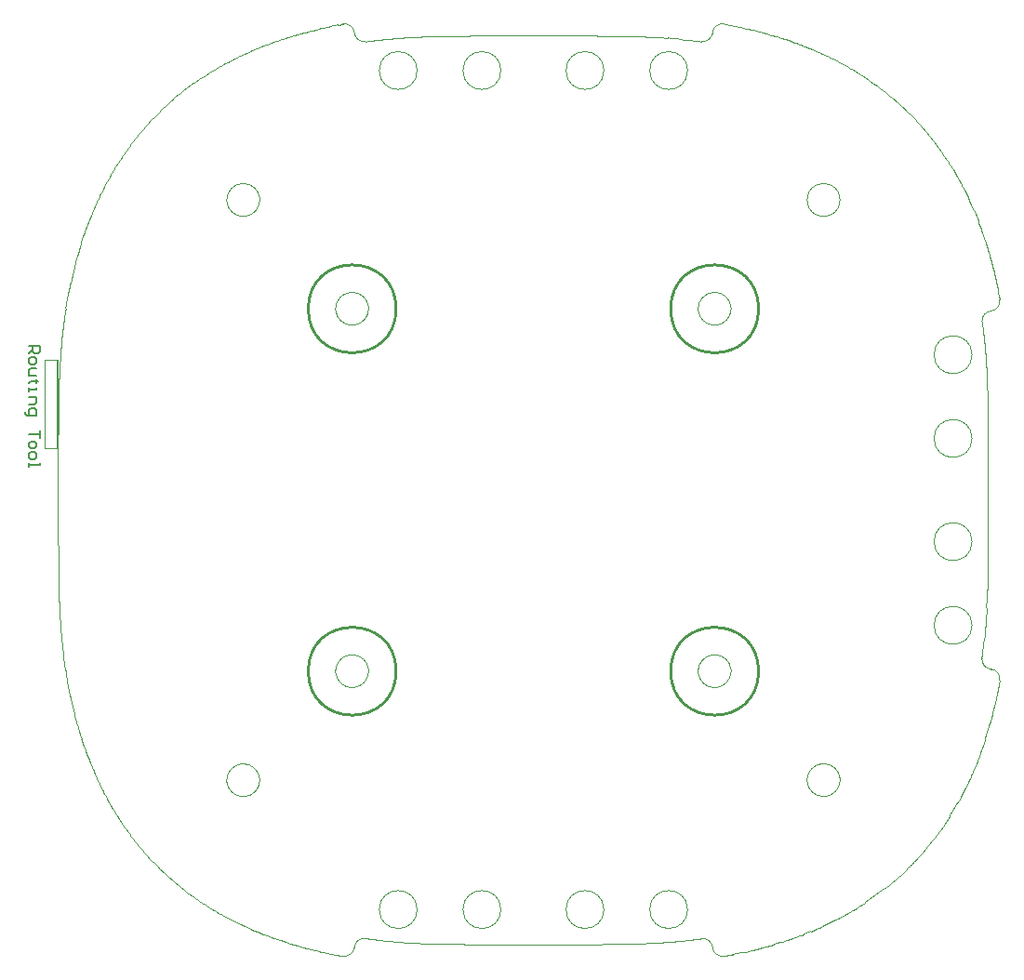
<source format=gm1>
G04*
G04 #@! TF.GenerationSoftware,Altium Limited,Altium NEXUS,1.1.6 (48)*
G04*
G04 Layer_Color=16711935*
%FSLAX44Y44*%
%MOMM*%
G71*
G01*
G75*
%ADD11C,0.2000*%
%ADD14C,0.2540*%
%ADD22C,0.1000*%
D11*
X-432750Y38330D02*
Y118830D01*
X-459050Y131080D02*
X-449053D01*
Y126082D01*
X-450719Y124416D01*
X-454052D01*
X-455718Y126082D01*
Y131080D01*
Y127748D02*
X-459050Y124416D01*
Y119417D02*
Y116085D01*
X-457384Y114419D01*
X-454052D01*
X-452385Y116085D01*
Y119417D01*
X-454052Y121083D01*
X-457384D01*
X-459050Y119417D01*
X-452385Y111086D02*
X-457384D01*
X-459050Y109420D01*
Y104422D01*
X-452385D01*
X-450719Y99424D02*
X-452385D01*
Y101090D01*
Y97757D01*
Y99424D01*
X-457384D01*
X-459050Y97757D01*
Y92759D02*
Y89427D01*
Y91093D01*
X-452385D01*
Y92759D01*
X-459050Y84428D02*
X-452385D01*
Y79430D01*
X-454052Y77764D01*
X-459050D01*
X-462382Y71099D02*
Y69433D01*
X-460716Y67767D01*
X-452385D01*
Y72765D01*
X-454052Y74432D01*
X-457384D01*
X-459050Y72765D01*
Y67767D01*
X-449053Y54438D02*
Y47773D01*
Y51106D01*
X-459050D01*
Y42775D02*
Y39443D01*
X-457384Y37777D01*
X-454052D01*
X-452385Y39443D01*
Y42775D01*
X-454052Y44441D01*
X-457384D01*
X-459050Y42775D01*
Y32778D02*
Y29446D01*
X-457384Y27780D01*
X-454052D01*
X-452385Y29446D01*
Y32778D01*
X-454052Y34444D01*
X-457384D01*
X-459050Y32778D01*
Y24448D02*
Y21116D01*
Y22782D01*
X-449053D01*
Y24448D01*
D14*
X-125000Y165000D02*
G03*
X-125000Y165000I-40000J0D01*
G01*
Y-165000D02*
G03*
X-125000Y-165000I-40000J0D01*
G01*
X205000D02*
G03*
X205000Y-165000I-40000J0D01*
G01*
Y165000D02*
G03*
X205000Y165000I-40000J0D01*
G01*
D22*
X-105850Y-382000D02*
G03*
X-105850Y-382000I-17250J0D01*
G01*
X-29650D02*
G03*
X-29650Y-382000I-17250J0D01*
G01*
X64150D02*
G03*
X64150Y-382000I-17250J0D01*
G01*
X140350D02*
G03*
X140350Y-382000I-17250J0D01*
G01*
X399250Y-123200D02*
G03*
X399250Y-123200I-17250J0D01*
G01*
Y-47000D02*
G03*
X399250Y-47000I-17250J0D01*
G01*
Y47000D02*
G03*
X399250Y47000I-17250J0D01*
G01*
Y123200D02*
G03*
X399250Y123200I-17250J0D01*
G01*
X140350Y382000D02*
G03*
X140350Y382000I-17250J0D01*
G01*
X64150D02*
G03*
X64150Y382000I-17250J0D01*
G01*
X-29650D02*
G03*
X-29650Y382000I-17250J0D01*
G01*
X-105850D02*
G03*
X-105850Y382000I-17250J0D01*
G01*
X-411274Y-226746D02*
G03*
X-408800Y-234119I333029J107627D01*
G01*
X-417742Y-204334D02*
G03*
X-415439Y-212918I382451J98005D01*
G01*
X-424305Y-173934D02*
G03*
X-421536Y-188108I428745J76384D01*
G01*
X-427819Y-150873D02*
G03*
X-426119Y-162974I481018J61405D01*
G01*
X-432800Y-5528D02*
G03*
X-432800Y-6639I30749822J-499D01*
G01*
Y6692D02*
G03*
X-432800Y5581I30212336J-664D01*
G01*
X-423067Y180539D02*
G03*
X-425768Y165222I448501J-86976D01*
G01*
X-409503Y232068D02*
G03*
X-411934Y224681I334476J-114175D01*
G01*
X-322116Y360846D02*
G03*
X-328092Y355870I162100J-200780D01*
G01*
X-308829Y370900D02*
G03*
X-319510Y362923I153201J-216281D01*
G01*
X-177931Y423566D02*
G03*
X-185563Y422070I77519J-415594D01*
G01*
X-163077Y416664D02*
G03*
X-173559Y424358I-8924J-1169D01*
G01*
X-163007Y416130D02*
G03*
X-153025Y408362I8924J1169D01*
G01*
X132163Y410778D02*
G03*
X122396Y411612I-49384J-520813D01*
G01*
X152854Y408388D02*
G03*
X163007Y416135I1229J8916D01*
G01*
X173607Y424374D02*
G03*
X163080Y416687I-1603J-8856D01*
G01*
X305908Y372932D02*
G03*
X295054Y380028I-155838J-226528D01*
G01*
X333129Y351434D02*
G03*
X328553Y355473I-172075J-190325D01*
G01*
X339259Y345704D02*
G03*
X333129Y351434I-176845J-183084D01*
G01*
X353746Y330537D02*
G03*
X349141Y335630I-191390J-168414D01*
G01*
X361115Y321783D02*
G03*
X355748Y328234I-203127J-163507D01*
G01*
X365348Y316378D02*
G03*
X361115Y321783I-204150J-155503D01*
G01*
X372304Y306816D02*
G03*
X368990Y311480I-223823J-155489D01*
G01*
X416665Y163077D02*
G03*
X424359Y173563I-1169J8924D01*
G01*
X416180Y163013D02*
G03*
X408397Y153161I1169J-8924D01*
G01*
X413800Y156D02*
G03*
X413800Y-457I8254558J-156D01*
G01*
X412533Y-107697D02*
G03*
X413028Y-95143I-570044J28785D01*
G01*
X408377Y-152847D02*
G03*
X410357Y-136419I-464565J64332D01*
G01*
X408377Y-152847D02*
G03*
X416122Y-163006I8915J-1235D01*
G01*
X424372Y-173599D02*
G03*
X416684Y-163079I-8857J1596D01*
G01*
X411341Y-226524D02*
G03*
X415207Y-213746I-349891J112819D01*
G01*
X378612Y-297311D02*
G03*
X385677Y-285538I-237179J150335D01*
G01*
X301766Y-375727D02*
G03*
X319093Y-363243I-146138J221094D01*
G01*
X246252Y-404311D02*
G03*
X252619Y-401741I-117741J300902D01*
G01*
X219939Y-413398D02*
G03*
X226492Y-411350I-101820J337427D01*
G01*
X181437Y-422890D02*
G03*
X190401Y-421032I-82268J419254D01*
G01*
X163077Y-416663D02*
G03*
X173563Y-424357I8924J1169D01*
G01*
X163008Y-416136D02*
G03*
X153051Y-408365I-8924J-1169D01*
G01*
X-152854Y-408378D02*
G03*
X-163006Y-416124I-1229J-8916D01*
G01*
X-173610Y-424375D02*
G03*
X-163080Y-416689I1607J8856D01*
G01*
X-232755Y-409268D02*
G03*
X-224315Y-412050I115052J334826D01*
G01*
X-276644Y-390516D02*
G03*
X-266701Y-395471I140523J269486D01*
G01*
X-330648Y-353648D02*
G03*
X-320421Y-362199I171402J194580D01*
G01*
X-334776Y-349931D02*
G03*
X-330648Y-353648I173451J188497D01*
G01*
X-338822Y-346125D02*
G03*
X-334776Y-349931I176708J183820D01*
G01*
X179928Y164285D02*
G03*
X179947Y165051I-15228J765D01*
G01*
X166783Y150162D02*
G03*
X179928Y164285I-1839J14891D01*
G01*
X165738Y150071D02*
G03*
X166783Y150162I-781J15067D01*
G01*
X164947Y150051D02*
G03*
X165738Y150071I1J15245D01*
G01*
X164182Y150070D02*
G03*
X164947Y150051I765J15228D01*
G01*
X150058Y163216D02*
G03*
X164182Y150070I14891J1839D01*
G01*
X149968Y164261D02*
G03*
X150058Y163216I15067J781D01*
G01*
X149947Y165051D02*
G03*
X149968Y164261I15244J-1D01*
G01*
X149967Y165817D02*
G03*
X149947Y165051I15228J-765D01*
G01*
X163112Y179940D02*
G03*
X149967Y165817I1839J-14891D01*
G01*
X164157Y180031D02*
G03*
X163112Y179940I781J-15067D01*
G01*
X164947Y180051D02*
G03*
X164157Y180031I-1J-15244D01*
G01*
X165713Y180032D02*
G03*
X164947Y180051I-765J-15228D01*
G01*
X179836Y166886D02*
G03*
X165713Y180032I-14891J-1839D01*
G01*
X179927Y165841D02*
G03*
X179836Y166886I-15067J-781D01*
G01*
X179947Y165051D02*
G03*
X179927Y165841I-15245J1D01*
G01*
X-150072Y164285D02*
G03*
X-150053Y165051I-15228J765D01*
G01*
X-163217Y150162D02*
G03*
X-150072Y164285I-1839J14891D01*
G01*
X-164262Y150071D02*
G03*
X-163217Y150162I-781J15067D01*
G01*
X-165053Y150051D02*
G03*
X-164262Y150071I1J15245D01*
G01*
X-165818Y150070D02*
G03*
X-165053Y150051I765J15228D01*
G01*
X-179942Y163216D02*
G03*
X-165818Y150070I14891J1839D01*
G01*
X-180032Y164261D02*
G03*
X-179942Y163216I15067J781D01*
G01*
X-180053Y165051D02*
G03*
X-180032Y164261I15244J-1D01*
G01*
X-180033Y165817D02*
G03*
X-180053Y165051I15228J-765D01*
G01*
X-166888Y179940D02*
G03*
X-180033Y165817I1839J-14891D01*
G01*
X-165843Y180031D02*
G03*
X-166888Y179940I781J-15067D01*
G01*
X-165053Y180051D02*
G03*
X-165843Y180031I-1J-15244D01*
G01*
X-164287Y180032D02*
G03*
X-165053Y180051I-765J-15228D01*
G01*
X-150164Y166886D02*
G03*
X-164287Y180032I-14891J-1839D01*
G01*
X-150073Y165841D02*
G03*
X-150164Y166886I-15067J-781D01*
G01*
X-150053Y165051D02*
G03*
X-150073Y165841I-15245J1D01*
G01*
X-249143Y264141D02*
G03*
X-249163Y264931I-15245J1D01*
G01*
X-249163Y264931D02*
G03*
X-249254Y265976I-15067J-781D01*
G01*
X-249254D02*
G03*
X-263377Y279122I-14891J-1839D01*
G01*
D02*
G03*
X-264143Y279141I-765J-15228D01*
G01*
X-264143D02*
G03*
X-264933Y279121I-1J-15244D01*
G01*
D02*
G03*
X-265978Y279030I781J-15067D01*
G01*
D02*
G03*
X-279123Y264907I1839J-14891D01*
G01*
X-279123D02*
G03*
X-279143Y264141I15228J-765D01*
G01*
D02*
G03*
X-279122Y263351I15244J-1D01*
G01*
Y263351D02*
G03*
X-279032Y262306I15067J781D01*
G01*
D02*
G03*
X-264908Y249160I14891J1839D01*
G01*
D02*
G03*
X-264143Y249141I765J15228D01*
G01*
D02*
G03*
X-263352Y249162I1J15245D01*
G01*
X-263352Y249162D02*
G03*
X-262307Y249252I-781J15067D01*
G01*
Y249252D02*
G03*
X-249162Y263375I-1839J14891D01*
G01*
X-249162D02*
G03*
X-249143Y264141I-15228J765D01*
G01*
X279140Y264140D02*
G03*
X279140Y264140I-15000J0D01*
G01*
X-249143Y-264319D02*
G03*
X-249163Y-263528I-15245J1D01*
G01*
X-249163Y-263528D02*
G03*
X-249254Y-262483I-15067J-781D01*
G01*
X-249254Y-262483D02*
G03*
X-263377Y-249338I-14891J-1839D01*
G01*
X-263377Y-249338D02*
G03*
X-264143Y-249319I-765J-15228D01*
G01*
X-264143D02*
G03*
X-264933Y-249339I-1J-15245D01*
G01*
Y-249339D02*
G03*
X-265978Y-249430I781J-15067D01*
G01*
X-265978Y-249430D02*
G03*
X-279123Y-263553I1839J-14891D01*
G01*
Y-263553D02*
G03*
X-279143Y-264319I15228J-765D01*
G01*
D02*
G03*
X-279122Y-265109I15244J-1D01*
G01*
D02*
G03*
X-279032Y-266154I15067J781D01*
G01*
X-279032Y-266154D02*
G03*
X-264908Y-279300I14891J1839D01*
G01*
X-264908D02*
G03*
X-264143Y-279319I765J15228D01*
G01*
D02*
G03*
X-263352Y-279298I1J15244D01*
G01*
X-263352D02*
G03*
X-262307Y-279208I-781J15067D01*
G01*
D02*
G03*
X-249162Y-265084I-1839J14891D01*
G01*
D02*
G03*
X-249143Y-264319I-15228J765D01*
G01*
X279137Y-264139D02*
G03*
X279117Y-263349I-15244J1D01*
G01*
D02*
G03*
X279026Y-262304I-15066J-781D01*
G01*
D02*
G03*
X264903Y-249158I-14891J-1839D01*
G01*
D02*
G03*
X264137Y-249139I-765J-15228D01*
G01*
Y-249139D02*
G03*
X263347Y-249159I-1J-15244D01*
G01*
X263347Y-249160D02*
G03*
X262302Y-249250I781J-15067D01*
G01*
D02*
G03*
X249157Y-263373I1839J-14891D01*
G01*
D02*
G03*
X249137Y-264139I15228J-765D01*
G01*
X249137Y-264139D02*
G03*
X249158Y-264929I15245J-1D01*
G01*
X249158D02*
G03*
X249249Y-265974I15067J781D01*
G01*
X249249Y-265974D02*
G03*
X263372Y-279120I14891J1839D01*
G01*
D02*
G03*
X264137Y-279139I765J15228D01*
G01*
X264137D02*
G03*
X264928Y-279118I1J15244D01*
G01*
D02*
G03*
X265973Y-279028I-781J15067D01*
G01*
X265973Y-279028D02*
G03*
X279118Y-264905I-1839J14891D01*
G01*
Y-264905D02*
G03*
X279137Y-264139I-15228J765D01*
G01*
X-150053Y-164949D02*
G03*
X-150073Y-164159I-15245J1D01*
G01*
X-150073Y-164159D02*
G03*
X-150164Y-163114I-15067J-781D01*
G01*
D02*
G03*
X-164287Y-149968I-14891J-1839D01*
G01*
X-166888Y-150060D02*
G03*
X-180033Y-164183I1839J-14891D01*
G01*
D02*
G03*
X-180053Y-164949I15228J-765D01*
G01*
D02*
G03*
X-180032Y-165739I15244J-1D01*
G01*
Y-165739D02*
G03*
X-179942Y-166784I15067J781D01*
G01*
D02*
G03*
X-165818Y-179930I14891J1839D01*
G01*
D02*
G03*
X-165053Y-179949I765J15228D01*
G01*
D02*
G03*
X-164262Y-179928I1J15245D01*
G01*
X-164262Y-179928D02*
G03*
X-163217Y-179838I-781J15067D01*
G01*
X-163217Y-179838D02*
G03*
X-150072Y-165715I-1839J14891D01*
G01*
X-150072D02*
G03*
X-150053Y-164949I-15228J765D01*
G01*
X-165843Y-149969D02*
G03*
X-166888Y-150060I781J-15067D01*
G01*
X-165053Y-149949D02*
G03*
X-165843Y-149969I-1J-15244D01*
G01*
X-164287Y-149968D02*
G03*
X-165053Y-149949I-765J-15228D01*
G01*
X179947Y-164949D02*
G03*
X179927Y-164159I-15245J1D01*
G01*
X179927Y-164159D02*
G03*
X179836Y-163114I-15067J-781D01*
G01*
D02*
G03*
X165713Y-149968I-14891J-1839D01*
G01*
D02*
G03*
X164947Y-149949I-765J-15228D01*
G01*
D02*
G03*
X164157Y-149969I-1J-15244D01*
G01*
X164157D02*
G03*
X163112Y-150060I781J-15067D01*
G01*
D02*
G03*
X149967Y-164183I1839J-14891D01*
G01*
D02*
G03*
X149947Y-164949I15228J-765D01*
G01*
D02*
G03*
X149968Y-165739I15244J-1D01*
G01*
Y-165739D02*
G03*
X150058Y-166784I15067J781D01*
G01*
D02*
G03*
X164182Y-179930I14891J1839D01*
G01*
D02*
G03*
X164947Y-179949I765J15228D01*
G01*
D02*
G03*
X165738Y-179928I1J15245D01*
G01*
X165738Y-179928D02*
G03*
X166783Y-179838I-781J15067D01*
G01*
X166783Y-179838D02*
G03*
X179928Y-165715I-1839J14891D01*
G01*
X179928D02*
G03*
X179947Y-164949I-15228J765D01*
G01*
X-369379Y-310943D02*
X-368726Y-311842D01*
X-370674Y-309138D02*
X-369379Y-310943D01*
X-371316Y-308231D02*
X-370674Y-309138D01*
X-371954Y-307322D02*
X-371316Y-308231D01*
X-372589Y-306410D02*
X-371954Y-307322D01*
X-373220Y-305496D02*
X-372589Y-306410D01*
X-373848Y-304579D02*
X-373220Y-305496D01*
X-374471Y-303659D02*
X-373848Y-304579D01*
X-375091Y-302737D02*
X-374471Y-303659D01*
X-376926Y-299955D02*
X-375091Y-302737D01*
X-378129Y-298087D02*
X-376926Y-299955D01*
X-379317Y-296209D02*
X-378129Y-298087D01*
X-380489Y-294322D02*
X-379317Y-296209D01*
X-381646Y-292425D02*
X-380489Y-294322D01*
X-382789Y-290519D02*
X-381646Y-292425D01*
X-383916Y-288604D02*
X-382789Y-290519D01*
X-385028Y-286681D02*
X-383916Y-288604D01*
X-386126Y-284749D02*
X-385028Y-286681D01*
X-387210Y-282809D02*
X-386126Y-284749D01*
X-388279Y-280861D02*
X-387210Y-282809D01*
X-389332Y-278905D02*
X-388279Y-280861D01*
X-390371Y-276940D02*
X-389332Y-278905D01*
X-391393Y-274968D02*
X-390371Y-276940D01*
X-391899Y-273978D02*
X-391393Y-274968D01*
X-392400Y-272987D02*
X-391899Y-273978D01*
X-392898Y-271994D02*
X-392400Y-272987D01*
X-393392Y-270998D02*
X-392898Y-271994D01*
X-393882Y-270002D02*
X-393392Y-270998D01*
X-394369Y-269003D02*
X-393882Y-270002D01*
X-394851Y-268002D02*
X-394369Y-269003D01*
X-395331Y-267000D02*
X-394851Y-268002D01*
X-395807Y-265996D02*
X-395331Y-267000D01*
X-397215Y-262975D02*
X-395807Y-265996D01*
X-397677Y-261965D02*
X-397215Y-262975D01*
X-398136Y-260953D02*
X-397677Y-261965D01*
X-398592Y-259940D02*
X-398136Y-260953D01*
X-399044Y-258925D02*
X-398592Y-259940D01*
X-399492Y-257908D02*
X-399044Y-258925D01*
X-399936Y-256890D02*
X-399492Y-257908D01*
X-400377Y-255870D02*
X-399936Y-256890D01*
X-401247Y-253826D02*
X-400377Y-255870D01*
X-401677Y-252801D02*
X-401247Y-253826D01*
X-402102Y-251775D02*
X-401677Y-252801D01*
X-402524Y-250747D02*
X-402102Y-251775D01*
X-402943Y-249718D02*
X-402524Y-250747D01*
X-403357Y-248687D02*
X-402943Y-249718D01*
X-403769Y-247655D02*
X-403357Y-248687D01*
X-404176Y-246622D02*
X-403769Y-247655D01*
X-404580Y-245587D02*
X-404176Y-246622D01*
X-405378Y-243513D02*
X-404580Y-245587D01*
X-406549Y-240393D02*
X-405378Y-243513D01*
X-407690Y-237261D02*
X-406549Y-240393D01*
X-408800Y-234119D02*
X-407690Y-237261D01*
X-411274Y-226746D02*
X-411274D01*
X-412614Y-222509D02*
X-411274Y-226746D01*
X-412941Y-221447D02*
X-412614Y-222509D01*
X-413264Y-220384D02*
X-412941Y-221447D01*
X-413584Y-219320D02*
X-413264Y-220384D01*
X-413901Y-218256D02*
X-413584Y-219320D01*
X-414215Y-217190D02*
X-413901Y-218256D01*
X-414526Y-216123D02*
X-414215Y-217190D01*
X-414833Y-215056D02*
X-414526Y-216123D01*
X-415137Y-213987D02*
X-414833Y-215056D01*
X-415439Y-212918D02*
X-415137Y-213987D01*
X-415439Y-212918D02*
Y-212918D01*
X-418820Y-200023D02*
X-417742Y-204334D01*
X-419082Y-198943D02*
X-418820Y-200023D01*
X-419341Y-197863D02*
X-419082Y-198943D01*
X-419596Y-196782D02*
X-419341Y-197863D01*
X-419849Y-195700D02*
X-419596Y-196782D01*
X-420099Y-194617D02*
X-419849Y-195700D01*
X-420346Y-193534D02*
X-420099Y-194617D01*
X-420589Y-192450D02*
X-420346Y-193534D01*
X-420830Y-191366D02*
X-420589Y-192450D01*
X-421068Y-190280D02*
X-420830Y-191366D01*
X-421304Y-189195D02*
X-421068Y-190280D01*
X-421536Y-188108D02*
X-421304Y-189195D01*
X-421536Y-188108D02*
X-421536Y-188108D01*
X-424689Y-171746D02*
X-424305Y-173934D01*
X-425062Y-169555D02*
X-424689Y-171746D01*
X-425425Y-167363D02*
X-425062Y-169555D01*
X-425777Y-165170D02*
X-425425Y-167363D01*
X-426119Y-162974D02*
X-425777Y-165170D01*
X-428230Y-147565D02*
X-427819Y-150873D01*
X-428362Y-146462D02*
X-428230Y-147565D01*
X-428492Y-145359D02*
X-428362Y-146462D01*
X-428619Y-144255D02*
X-428492Y-145359D01*
X-428743Y-143151D02*
X-428619Y-144255D01*
X-428866Y-142047D02*
X-428743Y-143151D01*
X-428985Y-140942D02*
X-428866Y-142047D01*
X-429103Y-139838D02*
X-428985Y-140942D01*
X-429219Y-138733D02*
X-429103Y-139838D01*
X-429332Y-137628D02*
X-429219Y-138733D01*
X-429443Y-136522D02*
X-429332Y-137628D01*
X-429552Y-135416D02*
X-429443Y-136522D01*
X-429763Y-133205D02*
X-429552Y-135416D01*
X-429965Y-130992D02*
X-429763Y-133205D01*
X-430159Y-128778D02*
X-429965Y-130992D01*
X-430343Y-126564D02*
X-430159Y-128778D01*
X-430519Y-124349D02*
X-430343Y-126564D01*
X-430685Y-122134D02*
X-430519Y-124349D01*
X-430841Y-119917D02*
X-430685Y-122134D01*
X-430916Y-118809D02*
X-430841Y-119917D01*
X-430989Y-117700D02*
X-430916Y-118809D01*
X-431059Y-116592D02*
X-430989Y-117700D01*
X-431127Y-115483D02*
X-431059Y-116592D01*
X-431194Y-114374D02*
X-431127Y-115483D01*
X-431258Y-113265D02*
X-431194Y-114374D01*
X-431320Y-112156D02*
X-431258Y-113265D01*
X-431381Y-111046D02*
X-431320Y-112156D01*
X-431440Y-109937D02*
X-431381Y-111046D01*
X-431498Y-108827D02*
X-431440Y-109937D01*
X-431554Y-107718D02*
X-431498Y-108827D01*
X-431608Y-106608D02*
X-431554Y-107718D01*
X-431713Y-104389D02*
X-431608Y-106608D01*
X-431764Y-103279D02*
X-431713Y-104389D01*
X-431813Y-102169D02*
X-431764Y-103279D01*
X-431860Y-101059D02*
X-431813Y-102169D01*
X-431905Y-99949D02*
X-431860Y-101059D01*
X-431948Y-98839D02*
X-431905Y-99949D01*
X-431989Y-97728D02*
X-431948Y-98839D01*
X-432028Y-96618D02*
X-431989Y-97728D01*
X-432064Y-95508D02*
X-432028Y-96618D01*
X-432097Y-94397D02*
X-432064Y-95508D01*
X-432128Y-93287D02*
X-432097Y-94397D01*
X-432156Y-92176D02*
X-432128Y-93287D01*
X-432181Y-91066D02*
X-432156Y-92176D01*
X-432203Y-89955D02*
X-432181Y-91066D01*
X-432222Y-88844D02*
X-432203Y-89955D01*
X-432238Y-87733D02*
X-432222Y-88844D01*
X-432253Y-86623D02*
X-432238Y-87733D01*
X-432267Y-85512D02*
X-432253Y-86623D01*
X-432280Y-84401D02*
X-432267Y-85512D01*
X-432293Y-83290D02*
X-432280Y-84401D01*
X-432307Y-82179D02*
X-432293Y-83290D01*
X-432321Y-81068D02*
X-432307Y-82179D01*
X-432337Y-79958D02*
X-432321Y-81068D01*
X-432353Y-78847D02*
X-432337Y-79958D01*
X-432371Y-77736D02*
X-432353Y-78847D01*
X-432388Y-76625D02*
X-432371Y-77736D01*
X-432406Y-75514D02*
X-432388Y-76625D01*
X-432424Y-74404D02*
X-432406Y-75514D01*
X-432441Y-73293D02*
X-432424Y-74404D01*
X-432458Y-72182D02*
X-432441Y-73293D01*
X-432473Y-71071D02*
X-432458Y-72182D01*
X-432488Y-69960D02*
X-432473Y-71071D01*
X-432502Y-68850D02*
X-432488Y-69960D01*
X-432516Y-67739D02*
X-432502Y-68850D01*
X-432529Y-66628D02*
X-432516Y-67739D01*
X-432541Y-65517D02*
X-432529Y-66628D01*
X-432553Y-64406D02*
X-432541Y-65517D01*
X-432565Y-63295D02*
X-432553Y-64406D01*
X-432577Y-62184D02*
X-432565Y-63295D01*
X-432589Y-61074D02*
X-432577Y-62184D01*
X-432600Y-59963D02*
X-432589Y-61074D01*
X-432611Y-58852D02*
X-432600Y-59963D01*
X-432622Y-57741D02*
X-432611Y-58852D01*
X-432632Y-56630D02*
X-432622Y-57741D01*
X-432642Y-55519D02*
X-432632Y-56630D01*
X-432652Y-54408D02*
X-432642Y-55519D01*
X-432661Y-53297D02*
X-432652Y-54408D01*
X-432669Y-52186D02*
X-432661Y-53297D01*
X-432678Y-51076D02*
X-432669Y-52186D01*
X-432686Y-49965D02*
X-432678Y-51076D01*
X-432693Y-48854D02*
X-432686Y-49965D01*
X-432700Y-47743D02*
X-432693Y-48854D01*
X-432707Y-46632D02*
X-432700Y-47743D01*
X-432714Y-45521D02*
X-432707Y-46632D01*
X-432720Y-44410D02*
X-432714Y-45521D01*
X-432725Y-43299D02*
X-432720Y-44410D01*
X-432731Y-42188D02*
X-432725Y-43299D01*
X-432736Y-41077D02*
X-432731Y-42188D01*
X-432741Y-39967D02*
X-432736Y-41077D01*
X-432745Y-38856D02*
X-432741Y-39967D01*
X-432749Y-37745D02*
X-432745Y-38856D01*
X-432753Y-36634D02*
X-432749Y-37745D01*
X-432757Y-35523D02*
X-432753Y-36634D01*
X-432761Y-34412D02*
X-432757Y-35523D01*
X-432764Y-33301D02*
X-432761Y-34412D01*
X-432768Y-32190D02*
X-432764Y-33301D01*
X-432771Y-31079D02*
X-432768Y-32190D01*
X-432774Y-29968D02*
X-432771Y-31079D01*
X-432776Y-28857D02*
X-432774Y-29968D01*
X-432779Y-27747D02*
X-432776Y-28857D01*
X-432781Y-26635D02*
X-432779Y-27747D01*
X-432784Y-25525D02*
X-432781Y-26635D01*
X-432786Y-24414D02*
X-432784Y-25525D01*
X-432788Y-23303D02*
X-432786Y-24414D01*
X-432789Y-22192D02*
X-432788Y-23303D01*
X-432791Y-21081D02*
X-432789Y-22192D01*
X-432793Y-19970D02*
X-432791Y-21081D01*
X-432794Y-18859D02*
X-432793Y-19970D01*
X-432797Y-16637D02*
X-432794Y-18859D01*
X-432797Y-15526D02*
X-432797Y-16637D01*
X-432798Y-14415D02*
X-432797Y-15526D01*
X-432799Y-13304D02*
X-432798Y-14415D01*
X-432799Y-12193D02*
X-432799Y-13304D01*
X-432800Y-11083D02*
X-432799Y-12193D01*
X-432800Y-9972D02*
X-432800Y-11083D01*
X-432800Y-8861D02*
X-432800Y-9972D01*
X-432800Y-7750D02*
X-432800Y-8861D01*
X-432800Y-6639D02*
X-432800Y-7750D01*
X-432800Y-6639D02*
X-432800Y-6639D01*
X-432800Y-5528D02*
X-432800Y-5528D01*
X-432800Y-4417D01*
X-432800Y-3306D01*
X-432800Y-2195D01*
X-432800Y-1084D01*
X-432800Y27D01*
X-432800Y1138D02*
X-432800Y27D01*
X-432800Y2248D02*
X-432800Y1138D01*
X-432800Y3359D02*
X-432800Y2248D01*
X-432800Y4470D02*
X-432800Y3359D01*
X-432800Y5581D02*
X-432800Y4470D01*
X-432800Y5581D02*
X-432800D01*
X-432800Y6692D02*
X-432800D01*
X-432800Y7803D01*
X-432800Y8914D01*
X-432800Y10025D01*
X-432800Y11136D01*
X-432799Y12247D01*
X-432799Y13358D01*
X-432798Y14469D01*
X-432797Y15580D01*
X-432796Y16690D01*
X-432795Y17802D01*
X-432793Y20023D01*
X-432791Y21134D01*
X-432789Y22245D01*
X-432788Y23356D01*
X-432785Y24467D01*
X-432783Y25578D01*
X-432781Y26689D01*
X-432779Y27800D01*
X-432776Y28911D01*
X-432773Y30022D01*
X-432771Y31133D01*
X-432767Y32243D01*
X-432764Y33354D01*
X-432761Y34465D01*
X-432757Y35576D01*
X-432753Y36687D01*
X-432749Y37798D01*
X-432745Y38909D01*
X-432740Y40020D01*
X-432736Y41131D01*
X-432730Y42242D01*
X-432725Y43353D01*
X-432719Y44464D01*
X-432713Y45574D01*
X-432707Y46685D01*
X-432700Y47796D01*
X-432693Y48907D01*
X-432685Y50018D01*
X-432677Y51129D01*
X-432669Y52240D01*
X-432660Y53351D01*
X-432651Y54462D01*
X-432642Y55573D01*
X-432632Y56683D01*
X-432621Y57794D01*
X-432611Y58905D01*
X-432600Y60016D01*
X-432588Y61127D01*
X-432577Y62238D01*
X-432565Y63349D01*
X-432553Y64460D01*
X-432540Y65570D01*
X-432528Y66681D01*
X-432514Y67792D01*
X-432501Y68903D01*
X-432487Y70014D01*
X-432472Y71125D01*
X-432457Y72235D01*
X-432441Y73346D01*
X-432424Y74457D01*
X-432407Y75568D01*
X-432390Y76679D01*
X-432373Y77789D01*
X-432355Y78900D01*
X-432338Y80011D01*
X-432321Y81122D01*
X-432304Y82233D01*
X-432288Y83343D01*
X-432272Y84454D01*
X-432255Y85565D01*
X-432238Y86676D01*
X-432220Y87787D01*
X-432201Y88897D01*
X-432180Y90008D01*
X-432157Y91119D01*
X-432133Y92229D01*
X-432106Y93340D01*
X-432077Y94451D01*
X-432046Y95561D01*
X-432012Y96671D01*
X-431976Y97782D01*
X-431938Y98892D01*
X-431897Y100002D01*
X-431854Y101112D01*
X-431810Y102222D01*
X-431763Y103332D01*
X-431713Y104442D01*
X-431663Y105552D01*
X-431610Y106662D01*
X-431555Y107771D01*
X-431499Y108881D01*
X-431441Y109990D01*
X-431381Y111100D01*
X-431320Y112209D01*
X-431256Y113318D01*
X-431191Y114427D01*
X-431124Y115536D01*
X-431056Y116645D01*
X-430985Y117754D01*
X-430912Y118862D01*
X-430837Y119971D01*
X-430760Y121079D01*
X-430681Y122187D01*
X-430599Y123295D01*
X-430515Y124403D01*
X-430250Y127725D01*
X-429963Y131046D01*
X-429656Y134364D01*
X-429329Y137681D01*
X-428981Y140996D01*
X-428738Y143204D01*
X-428485Y145412D01*
X-428223Y147618D01*
X-427952Y149824D01*
X-427671Y152028D01*
X-427379Y154230D01*
X-427077Y156432D01*
X-426766Y158631D01*
X-426444Y160830D01*
X-426111Y163027D01*
X-425768Y165222D01*
X-425768D01*
X-423067Y180539D02*
Y180539D01*
Y180539D02*
X-422639Y182719D01*
X-422199Y184897D01*
X-421749Y187073D01*
X-421287Y189246D01*
X-420813Y191417D01*
X-419579Y196833D01*
X-418270Y202231D01*
X-417726Y204386D01*
X-417170Y206537D01*
X-416602Y208685D01*
X-416021Y210830D01*
X-415428Y212971D01*
X-414822Y215109D01*
X-413889Y218308D01*
X-412926Y221499D01*
X-411934Y224681D01*
X-411934D02*
X-411934D01*
X-409503Y232068D02*
X-409503Y232068D01*
X-408412Y235217D01*
X-407292Y238356D01*
X-406912Y239400D01*
X-406529Y240443D01*
X-406142Y241485D01*
X-405752Y242525D01*
X-405359Y243564D01*
X-404962Y244601D01*
X-404561Y245637D01*
X-404156Y246672D01*
X-403748Y247705D01*
X-402921Y249768D01*
X-402501Y250796D01*
X-402079Y251824D01*
X-401652Y252850D01*
X-401222Y253874D01*
X-400788Y254897D01*
X-400351Y255918D01*
X-399910Y256938D01*
X-399466Y257956D01*
X-399019Y258973D01*
X-398568Y259989D01*
X-398114Y261002D01*
X-397656Y262015D01*
X-397195Y263025D01*
X-396730Y264035D01*
X-396261Y265042D01*
X-395789Y266048D01*
X-395313Y267052D01*
X-394834Y268054D01*
X-393864Y270053D01*
X-392878Y272044D01*
X-391877Y274028D01*
X-390861Y276004D01*
X-388781Y279931D01*
X-388252Y280908D01*
X-387719Y281882D01*
X-387182Y282855D01*
X-386642Y283826D01*
X-386097Y284795D01*
X-385550Y285761D01*
X-384999Y286726D01*
X-384445Y287689D01*
X-383887Y288650D01*
X-383326Y289608D01*
X-382761Y290565D01*
X-382192Y291520D01*
X-381619Y292472D01*
X-381043Y293421D01*
X-380462Y294368D01*
X-379877Y295313D01*
X-378695Y297194D01*
X-378098Y298131D01*
X-377497Y299066D01*
X-376892Y299997D01*
X-376283Y300927D01*
X-375671Y301854D01*
X-375055Y302778D01*
X-374435Y303700D01*
X-373812Y304620D01*
X-373186Y305538D01*
X-372556Y306453D01*
X-371923Y307366D01*
X-371286Y308277D01*
X-370646Y309185D01*
X-370002Y310090D01*
X-369353Y310992D01*
X-368701Y311891D01*
X-368045Y312788D01*
X-367385Y313681D01*
X-366720Y314571D01*
X-366052Y315459D01*
X-365379Y316343D01*
X-364703Y317225D01*
X-364023Y318103D01*
X-363339Y318979D01*
X-362651Y319852D01*
X-361960Y320722D01*
X-360568Y322453D01*
X-359867Y323315D01*
X-359162Y324174D01*
X-358454Y325030D01*
X-357742Y325883D01*
X-357027Y326733D01*
X-356307Y327580D01*
X-355585Y328423D01*
X-353394Y330935D01*
X-351915Y332593D01*
X-350422Y334239D01*
X-348916Y335873D01*
X-347396Y337493D01*
X-346630Y338299D01*
X-345862Y339101D01*
X-345090Y339900D01*
X-344314Y340695D01*
X-343535Y341488D01*
X-342753Y342276D01*
X-341967Y343061D01*
X-340384Y344621D01*
X-339587Y345395D01*
X-338787Y346166D01*
X-337984Y346933D01*
X-337177Y347697D01*
X-336367Y348457D01*
X-335553Y349214D01*
X-334737Y349967D01*
X-331440Y352947D01*
X-329772Y354416D01*
X-328092Y355870D01*
X-322116Y360846D02*
X-319510Y362923D01*
X-308829Y370900D02*
X-307010Y372177D01*
X-305182Y373438D01*
X-303342Y374685D01*
X-299634Y377135D01*
X-297766Y378337D01*
X-295887Y379523D01*
X-293999Y380694D01*
X-292100Y381849D01*
X-291147Y382421D01*
X-290193Y382988D01*
X-289235Y383552D01*
X-288276Y384112D01*
X-287314Y384668D01*
X-286350Y385220D01*
X-285384Y385769D01*
X-284415Y386314D01*
X-282473Y387393D01*
X-280523Y388457D01*
X-278564Y389507D01*
X-276599Y390543D01*
X-273636Y392070D01*
X-272645Y392572D01*
X-271652Y393070D01*
X-270657Y393564D01*
X-269660Y394054D01*
X-268661Y394541D01*
X-267660Y395023D01*
X-266657Y395501D01*
X-265652Y395975D01*
X-264645Y396444D01*
X-263636Y396909D01*
X-262626Y397370D01*
X-261614Y397828D01*
X-260600Y398282D01*
X-259585Y398734D01*
X-258569Y399183D01*
X-257552Y399630D01*
X-256534Y400075D01*
X-255515Y400519D01*
X-254496Y400961D01*
X-253476Y401402D01*
X-252455Y401840D01*
X-251432Y402276D01*
X-250409Y402708D01*
X-249383Y403135D01*
X-248356Y403559D01*
X-247327Y403977D01*
X-246296Y404389D01*
X-245262Y404795D01*
X-244225Y405194D01*
X-243186Y405587D01*
X-242145Y405974D01*
X-241101Y406355D01*
X-240056Y406732D01*
X-239010Y407105D01*
X-237962Y407474D01*
X-236912Y407840D01*
X-235862Y408204D01*
X-234812Y408565D01*
X-233760Y408924D01*
X-232708Y409282D01*
X-231656Y409639D01*
X-230603Y409993D01*
X-229549Y410345D01*
X-228495Y410695D01*
X-227439Y411041D01*
X-226383Y411385D01*
X-225326Y411726D01*
X-224267Y412063D01*
X-223208Y412397D01*
X-222147Y412727D01*
X-221085Y413053D01*
X-220022Y413376D01*
X-218958Y413695D01*
X-217893Y414011D01*
X-216827Y414323D01*
X-215760Y414632D01*
X-214692Y414938D01*
X-213623Y415241D01*
X-212553Y415541D01*
X-211482Y415838D01*
X-209339Y416424D01*
X-207192Y416998D01*
X-205043Y417560D01*
X-202890Y418110D01*
X-200734Y418648D01*
X-197495Y419431D01*
X-195331Y419938D01*
X-193165Y420433D01*
X-190996Y420915D01*
X-188825Y421386D01*
X-185563Y422070D01*
X-185563D02*
X-185563D01*
X-177931Y423566D02*
X-173559Y424358D01*
X-163077Y416664D02*
X-163077Y416664D01*
X-163077Y416664D02*
X-163007Y416130D01*
Y416130D01*
X-153025Y408362D02*
X-153025D01*
X-153025D02*
X-152417Y408434D01*
X-152113Y408471D01*
X-151809Y408508D01*
X-151505Y408546D01*
X-151201Y408584D01*
X-150897Y408622D01*
X-150593Y408661D01*
X-150289Y408700D01*
X-149985Y408740D01*
X-149682Y408781D01*
X-149378Y408821D01*
X-149075Y408863D01*
X-148771Y408905D01*
X-148468Y408947D01*
X-148164Y408990D01*
X-147861Y409033D01*
X-147558Y409076D01*
X-147254Y409118D01*
X-146951Y409159D01*
X-146647Y409199D01*
X-146343Y409238D01*
X-146039Y409275D01*
X-145735Y409311D01*
X-145431Y409346D01*
X-145126Y409380D01*
X-144822Y409413D01*
X-144517Y409445D01*
X-144213Y409477D01*
X-143908Y409509D01*
X-143603Y409540D01*
X-143299Y409572D01*
X-142994Y409603D01*
X-142689Y409635D01*
X-142385Y409667D01*
X-142080Y409700D01*
X-141775Y409733D01*
X-141471Y409767D01*
X-141166Y409802D01*
X-140862Y409838D01*
X-140558Y409875D01*
X-140254Y409912D01*
X-139950Y409950D01*
X-139646Y409988D01*
X-139342Y410027D01*
X-139038Y410064D01*
X-138734Y410102D01*
X-138430Y410139D01*
X-138126Y410175D01*
X-137822Y410210D01*
X-137517Y410244D01*
X-137213Y410277D01*
X-136908Y410308D01*
X-136603Y410337D01*
X-136298Y410365D01*
X-135993Y410392D01*
X-135688Y410418D01*
X-135382Y410445D01*
X-135077Y410473D01*
X-134773Y410503D01*
X-134468Y410536D01*
X-134164Y410569D01*
X-133859Y410604D01*
X-133555Y410638D01*
X-133250Y410671D01*
X-132946Y410703D01*
X-132641Y410732D01*
X-132336Y410761D01*
X-132031Y410788D01*
X-131726Y410813D01*
X-131420Y410839D01*
X-131115Y410863D01*
X-130809Y410886D01*
X-130504Y410910D01*
X-130198Y410933D01*
X-129893Y410956D01*
X-129588Y410980D01*
X-129282Y411004D01*
X-128977Y411029D01*
X-128672Y411054D01*
X-128366Y411080D01*
X-128061Y411107D01*
X-127756Y411136D01*
X-127451Y411164D01*
X-127146Y411194D01*
X-126841Y411223D01*
X-126536Y411253D01*
X-126231Y411283D01*
X-125926Y411313D01*
X-125622Y411343D01*
X-125317Y411372D01*
X-125012Y411401D01*
X-124707Y411429D01*
X-124402Y411456D01*
X-124096Y411482D01*
X-123791Y411508D01*
X-123486Y411532D01*
X-123180Y411554D01*
X-122875Y411575D01*
X-122569Y411595D01*
X-122263Y411613D01*
X-121958Y411632D01*
X-121652Y411651D01*
X-121346Y411671D01*
X-121041Y411692D01*
X-120735Y411716D01*
X-120430Y411742D01*
X-120125Y411768D01*
X-119820Y411795D01*
X-119514Y411821D01*
X-119209Y411845D01*
X-118904Y411868D01*
X-118598Y411889D01*
X-118293Y411910D01*
X-117987Y411929D01*
X-117681Y411947D01*
X-117375Y411964D01*
X-117069Y411981D01*
X-116763Y411996D01*
X-116458Y412012D01*
X-116152Y412028D01*
X-115845Y412043D01*
X-115540Y412058D01*
X-115234Y412074D01*
X-114928Y412090D01*
X-114622Y412107D01*
X-114316Y412124D01*
X-114010Y412142D01*
X-113704Y412161D01*
X-113399Y412180D01*
X-113093Y412201D01*
X-112787Y412222D01*
X-112482Y412243D01*
X-112176Y412265D01*
X-111870Y412287D01*
X-111565Y412308D01*
X-111259Y412330D01*
X-110954Y412351D01*
X-110648Y412371D01*
X-110342Y412391D01*
X-110037Y412410D01*
X-109731Y412429D01*
X-109425Y412446D01*
X-109119Y412462D01*
X-108813Y412476D01*
X-108507Y412489D01*
X-108201Y412501D01*
X-107895Y412512D01*
X-107589Y412523D01*
X-107283Y412536D01*
X-106977Y412549D01*
X-106671Y412565D01*
X-106365Y412582D01*
X-106059Y412600D01*
X-105754Y412618D01*
X-105448Y412637D01*
X-105142Y412655D01*
X-104836Y412672D01*
X-104530Y412687D01*
X-104224Y412701D01*
X-103918Y412714D01*
X-103612Y412726D01*
X-103306Y412737D01*
X-103000Y412747D01*
X-102694Y412757D01*
X-102388Y412766D01*
X-102081Y412775D01*
X-101775Y412784D01*
X-101469Y412793D01*
X-101163Y412802D01*
X-100857Y412811D01*
X-100550Y412820D01*
X-100244Y412830D01*
X-99938Y412840D01*
X-99632Y412851D01*
X-99326Y412863D01*
X-99020Y412875D01*
X-98714Y412888D01*
X-98407Y412901D01*
X-98101Y412914D01*
X-97795Y412928D01*
X-97489Y412941D01*
X-97183Y412955D01*
X-96877Y412969D01*
X-96571Y412982D01*
X-96265Y412996D01*
X-95959Y413009D01*
X-95653Y413022D01*
X-95347Y413034D01*
X-95041Y413046D01*
X-94735Y413058D01*
X-94429Y413068D01*
X-94123Y413078D01*
X-93816Y413088D01*
X-93510Y413096D01*
X-93204Y413103D01*
X-92898Y413110D01*
X-92592Y413116D01*
X-92285Y413122D01*
X-91979Y413127D01*
X-91673Y413131D01*
X-91366Y413135D01*
X-91060Y413139D01*
X-90754Y413143D01*
X-90448Y413147D01*
X-90141Y413151D01*
X-89835Y413155D01*
X-89529Y413159D01*
X-89222Y413164D01*
X-88916Y413168D01*
X-88610Y413173D01*
X-88304Y413179D01*
X-87997Y413184D01*
X-87691Y413189D01*
X-87385Y413195D01*
X-87079Y413201D01*
X-86772Y413207D01*
X-86466Y413213D01*
X-86160Y413219D01*
X-85853Y413225D01*
X-85547Y413231D01*
X-85241Y413237D01*
X-84935Y413244D01*
X-84628Y413250D01*
X-84322Y413256D01*
X-84016Y413263D01*
X-83710Y413269D01*
X-83403Y413276D01*
X-83097Y413282D01*
X-82791Y413288D01*
X-82485Y413295D01*
X-82178Y413301D01*
X-81872Y413307D01*
X-81566Y413313D01*
X-81260Y413319D01*
X-80647Y413331D01*
X-80341Y413336D01*
X-80035Y413342D01*
X-79728Y413347D01*
X-79422Y413353D01*
X-79116Y413358D01*
X-78809Y413363D01*
X-78503Y413368D01*
X-78197Y413373D01*
X-77891Y413378D01*
X-77584Y413383D01*
X-77278Y413388D01*
X-76972Y413393D01*
X-76666Y413397D01*
X-76359Y413402D01*
X-76053Y413407D01*
X-75747Y413411D01*
X-75440Y413416D01*
X-75134Y413420D01*
X-74828Y413424D01*
X-74521Y413429D01*
X-74215Y413433D01*
X-73909Y413437D01*
X-73603Y413441D01*
X-73296Y413446D01*
X-72990Y413450D01*
X-72684Y413454D01*
X-72377Y413458D01*
X-72071Y413462D01*
X-71765Y413466D01*
X-71459Y413470D01*
X-71152Y413474D01*
X-70846Y413478D01*
X-70540Y413482D01*
X-70233Y413486D01*
X-69927Y413490D01*
X-69621Y413494D01*
X-69314Y413498D01*
X-69008Y413502D01*
X-68702Y413506D01*
X-68396Y413509D01*
X-68089Y413513D01*
X-67783Y413517D01*
X-67477Y413521D01*
X-67170Y413525D01*
X-66864Y413528D01*
X-66558Y413532D01*
X-66252Y413536D01*
X-65945Y413539D01*
X-65639Y413543D01*
X-65333Y413546D01*
X-65026Y413550D01*
X-64720Y413554D01*
X-64414Y413557D01*
X-64107Y413560D01*
X-63801Y413564D01*
X-63495Y413567D01*
X-63189Y413570D01*
X-62576Y413577D01*
X-61963Y413583D01*
X-61351Y413590D01*
X-60738Y413596D01*
X-60125Y413602D01*
X-59513Y413608D01*
X-58900Y413613D01*
X-58288Y413619D01*
X-57675Y413624D01*
X-57062Y413630D01*
X-56450Y413635D01*
X-55837Y413640D01*
X-55225Y413645D01*
X-54612Y413650D01*
X-53999Y413654D01*
X-53387Y413659D01*
X-52774Y413663D01*
X-52161Y413668D01*
X-51549Y413672D01*
X-50936Y413676D01*
X-50324Y413680D01*
X-49711Y413684D01*
X-49098Y413688D01*
X-48486Y413692D01*
X-47873Y413695D01*
X-47260Y413699D01*
X-46954Y413701D01*
X-46648Y413702D01*
X-46342Y413704D01*
X-46035Y413706D01*
X-45729Y413707D01*
X-45423Y413709D01*
X-45116Y413711D01*
X-44810Y413712D01*
X-44504Y413714D01*
X-44197Y413715D01*
X-43891Y413717D01*
X-43585Y413718D01*
X-43278Y413720D01*
X-42972Y413721D01*
X-42666Y413722D01*
X-42359Y413724D01*
X-42053Y413725D01*
X-41747Y413727D01*
X-41440Y413728D01*
X-41134Y413729D01*
X-40828Y413731D01*
X-40521Y413732D01*
X-40215Y413733D01*
X-39909Y413735D01*
X-39602Y413736D01*
X-39296Y413737D01*
X-38990Y413739D01*
X-38684Y413740D01*
X-38377Y413741D01*
X-38071Y413742D01*
X-37765Y413744D01*
X-37458Y413745D01*
X-37152Y413746D01*
X-36846Y413747D01*
X-36539Y413749D01*
X-36233Y413750D01*
X-35927Y413751D01*
X-35620Y413752D01*
X-35314Y413754D01*
X-35008Y413755D01*
X-34701Y413756D01*
X-34395Y413757D01*
X-34089Y413758D01*
X-33782Y413759D01*
X-33476Y413761D01*
X-33170Y413762D01*
X-32864Y413763D01*
X-32557Y413764D01*
X-32251Y413765D01*
X-31945Y413766D01*
X-31638Y413767D01*
X-31332Y413768D01*
X-31026Y413769D01*
X-30719Y413770D01*
X-30413Y413771D01*
X-30107Y413772D01*
X-29800Y413773D01*
X-29494Y413774D01*
X-29188Y413775D01*
X-28881Y413776D01*
X-28575Y413777D01*
X-28269Y413777D01*
X-27963Y413778D01*
X-27656Y413779D01*
X-27350Y413780D01*
X-26737Y413781D01*
X-26431Y413781D01*
X-26125Y413782D01*
X-25818Y413782D01*
X-25512Y413783D01*
X-25206Y413783D01*
X-24899Y413784D01*
X-24593Y413784D01*
X-24287Y413784D01*
X-23980Y413785D01*
X-23674Y413785D01*
X-23368Y413786D01*
X-23061Y413786D01*
X-22755Y413786D01*
X-22449Y413786D01*
X-22142Y413787D01*
X-21836Y413787D01*
X-21530Y413787D01*
X-21223Y413787D01*
X-20917Y413788D01*
X-20611Y413788D01*
X-20305Y413788D01*
X-19998Y413788D01*
X-19692Y413789D01*
X-19386Y413789D01*
X-19079Y413789D01*
X-18773Y413789D01*
X-18467Y413790D01*
X-18160Y413790D01*
X-17854Y413790D01*
X-17548Y413791D01*
X-17241Y413791D01*
X-16935Y413791D01*
X-16629Y413792D01*
X-16322Y413792D01*
X-16016Y413792D01*
X-15710Y413793D01*
X-15403Y413793D01*
X-15097Y413793D01*
X-14791Y413794D01*
X-14484Y413794D01*
X-14178Y413795D01*
X-13872Y413795D01*
X-13565Y413796D01*
X-13259Y413796D01*
X-12953Y413796D01*
X-12646Y413797D01*
X-12340Y413797D01*
X-12034Y413797D01*
X-11728Y413798D01*
X-11421Y413798D01*
X-11115Y413798D01*
X-10809Y413799D01*
X-10502Y413799D01*
X-10196Y413799D01*
X-9890Y413800D01*
X-9583Y413800D01*
X-9277Y413800D01*
X-8971Y413800D01*
X-8664Y413800D01*
X-8358Y413800D01*
X-8052Y413801D01*
X-7745Y413801D01*
X-7439Y413801D01*
X-7133Y413801D01*
X-6827Y413801D01*
X-6520Y413801D01*
X-5601D01*
X-5295Y413801D01*
X-4989Y413801D01*
X-4682Y413801D01*
X-4376Y413801D01*
X-4070Y413801D01*
X-3763Y413801D01*
X-3457Y413801D01*
X-3151Y413800D01*
X-2844Y413800D01*
X-2538Y413800D01*
X-2232Y413800D01*
X-1925Y413800D01*
X-1619Y413800D01*
X-1313Y413800D01*
X-1006Y413800D01*
X-700Y413800D01*
X-394Y413800D01*
X525D01*
X831Y413800D01*
X1138Y413800D01*
X1444Y413800D01*
X1751Y413800D01*
X2057Y413800D01*
X2363Y413800D01*
X2669Y413800D01*
X2976Y413800D01*
X3282Y413800D01*
X3588Y413801D01*
X3895Y413801D01*
X4201Y413801D01*
X4507Y413801D01*
X4814Y413801D01*
X5120Y413801D01*
X5426Y413801D01*
X5733D01*
X6039Y413801D01*
X6345Y413801D01*
X6652D01*
X6958Y413801D01*
X7264Y413801D01*
X7570Y413801D01*
X7877Y413801D01*
X8183Y413800D01*
X8490Y413800D01*
X8796Y413800D01*
X9102Y413800D01*
X9409Y413800D01*
X9715Y413800D01*
X10021Y413799D01*
X10327Y413799D01*
X10634Y413799D01*
X10940Y413798D01*
X11246Y413798D01*
X11553Y413798D01*
X11859Y413797D01*
X12165Y413797D01*
X12472Y413797D01*
X12778Y413797D01*
X13084Y413796D01*
X13391Y413796D01*
X13697Y413795D01*
X14003Y413795D01*
X14310Y413795D01*
X14616Y413794D01*
X14922Y413794D01*
X15229Y413793D01*
X15535Y413793D01*
X15841Y413793D01*
X16148Y413792D01*
X16454Y413792D01*
X16760Y413792D01*
X17066Y413791D01*
X17373Y413791D01*
X17679Y413790D01*
X17985Y413790D01*
X18292Y413790D01*
X18598Y413789D01*
X18904Y413789D01*
X19211Y413789D01*
X19517Y413789D01*
X19823Y413788D01*
X20130Y413788D01*
X20436Y413788D01*
X20742Y413788D01*
X21049Y413787D01*
X21355Y413787D01*
X21661Y413787D01*
X21967Y413787D01*
X22274Y413787D01*
X22580Y413786D01*
X22887Y413786D01*
X23193Y413786D01*
X23499Y413785D01*
X23805Y413785D01*
X24112Y413785D01*
X24418Y413784D01*
X24724Y413784D01*
X25031Y413784D01*
X25337Y413783D01*
X25643Y413783D01*
X25950Y413782D01*
X26256Y413782D01*
X26562Y413781D01*
X26869Y413781D01*
X27175Y413780D01*
X27481Y413779D01*
X27788Y413779D01*
X28094Y413778D01*
X28400Y413777D01*
X28707Y413776D01*
X29013Y413775D01*
X29319Y413775D01*
X29625Y413774D01*
X29932Y413773D01*
X30238Y413772D01*
X30545Y413771D01*
X30851Y413770D01*
X31157Y413769D01*
X31463Y413768D01*
X31770Y413767D01*
X32076Y413766D01*
X32382Y413765D01*
X32689Y413763D01*
X32995Y413762D01*
X33301Y413761D01*
X33608Y413760D01*
X33914Y413759D01*
X34220Y413758D01*
X34527Y413756D01*
X34833Y413755D01*
X35139Y413754D01*
X35445Y413753D01*
X35752Y413752D01*
X36058Y413750D01*
X36365Y413749D01*
X36671Y413748D01*
X36977Y413747D01*
X37283Y413746D01*
X37590Y413744D01*
X37896Y413743D01*
X38202Y413742D01*
X38509Y413741D01*
X38815Y413740D01*
X39121Y413738D01*
X39428Y413737D01*
X39734Y413736D01*
X40040Y413734D01*
X40347Y413733D01*
X40653Y413732D01*
X40959Y413731D01*
X41266Y413729D01*
X41572Y413728D01*
X41878Y413726D01*
X42185Y413725D01*
X42491Y413724D01*
X42797Y413722D01*
X43103Y413721D01*
X43410Y413719D01*
X43716Y413718D01*
X44022Y413716D01*
X44329Y413715D01*
X44635Y413713D01*
X44941Y413711D01*
X45248Y413710D01*
X45554Y413708D01*
X45860Y413706D01*
X46167Y413705D01*
X46473Y413703D01*
X46779Y413701D01*
X47086Y413699D01*
X47392Y413697D01*
X47698Y413695D01*
X48004Y413694D01*
X48311Y413692D01*
X48617Y413690D01*
X48923Y413688D01*
X49230Y413686D01*
X49536Y413684D01*
X49842Y413682D01*
X50149Y413680D01*
X50455Y413677D01*
X50761Y413675D01*
X51068Y413673D01*
X51374Y413671D01*
X51680Y413669D01*
X51987Y413667D01*
X52293Y413665D01*
X52599Y413662D01*
X52906Y413660D01*
X53212Y413658D01*
X53518Y413655D01*
X53824Y413653D01*
X54131Y413651D01*
X54437Y413648D01*
X54743Y413646D01*
X55050Y413643D01*
X55356Y413641D01*
X55662Y413639D01*
X55969Y413636D01*
X56275Y413634D01*
X56581Y413631D01*
X56887Y413629D01*
X57194Y413626D01*
X57500Y413624D01*
X57806Y413621D01*
X58113Y413618D01*
X58419Y413616D01*
X58725Y413613D01*
X59032Y413610D01*
X59338Y413607D01*
X59644Y413605D01*
X59951Y413602D01*
X60257Y413599D01*
X60563Y413596D01*
X60869Y413593D01*
X61176Y413590D01*
X61482Y413587D01*
X61788Y413585D01*
X62095Y413581D01*
X62401Y413578D01*
X62707Y413575D01*
X63014Y413572D01*
X63320Y413569D01*
X65158Y413549D01*
X66996Y413528D01*
X68833Y413505D01*
X70671Y413481D01*
X72509Y413456D01*
X72815Y413452D01*
X73121Y413447D01*
X73428Y413443D01*
X73734Y413438D01*
X74040Y413434D01*
X74347Y413429D01*
X74653Y413425D01*
X74959Y413420D01*
X75265Y413416D01*
X75572Y413411D01*
X75878Y413406D01*
X76184Y413402D01*
X76491Y413397D01*
X76797Y413392D01*
X77103Y413387D01*
X77409Y413382D01*
X77716Y413378D01*
X78022Y413373D01*
X78328Y413368D01*
X78635Y413363D01*
X78941Y413358D01*
X79247Y413353D01*
X79553Y413348D01*
X79860Y413343D01*
X80166Y413338D01*
X80472Y413332D01*
X80779Y413327D01*
X81085Y413322D01*
X81391Y413317D01*
X81697Y413312D01*
X82003Y413306D01*
X82310Y413301D01*
X82616Y413296D01*
X82922Y413290D01*
X83229Y413285D01*
X83535Y413280D01*
X83841Y413274D01*
X84148Y413269D01*
X84454Y413263D01*
X84760Y413258D01*
X85066Y413252D01*
X85372Y413246D01*
X85679Y413241D01*
X85985Y413235D01*
X86291Y413229D01*
X86598Y413223D01*
X86904Y413217D01*
X87210Y413211D01*
X87516Y413205D01*
X87823Y413199D01*
X88129Y413193D01*
X88435Y413187D01*
X88741Y413181D01*
X89048Y413174D01*
X89354Y413168D01*
X89660Y413161D01*
X89966Y413155D01*
X90273Y413148D01*
X90579Y413142D01*
X90885Y413135D01*
X91191Y413128D01*
X91498Y413121D01*
X91804Y413114D01*
X92110Y413107D01*
X92416Y413099D01*
X92723Y413092D01*
X93029Y413084D01*
X93335Y413077D01*
X93641Y413069D01*
X93947Y413061D01*
X96091Y413000D01*
X97622Y412952D01*
X98846Y412910D01*
X100071Y412865D01*
X101295Y412818D01*
X102520Y412769D01*
X103744Y412717D01*
X104968Y412662D01*
X106192Y412605D01*
X107416Y412546D01*
X108639Y412484D01*
X109557Y412436D01*
X110475Y412386D01*
X111392Y412335D01*
X112310Y412283D01*
X113227Y412230D01*
X114145Y412175D01*
X115062Y412118D01*
X115979Y412060D01*
X116896Y412001D01*
X117813Y411940D01*
X118730Y411877D01*
X119647Y411813D01*
X120563Y411748D01*
X121480Y411680D01*
X122396Y411612D01*
X122396D02*
X122396D01*
X132163Y410778D02*
X138259Y410164D01*
X139173Y410066D01*
X140086Y409966D01*
X140999Y409865D01*
X141913Y409762D01*
X142826Y409657D01*
X143738Y409551D01*
X144651Y409442D01*
X145563Y409333D01*
X146476Y409221D01*
X147388Y409107D01*
X148299Y408992D01*
X149211Y408875D01*
X150122Y408756D01*
X151033Y408635D01*
X151944Y408513D01*
X152854Y408388D01*
X163007Y416135D02*
Y416135D01*
Y416135D02*
X163080Y416687D01*
X163080D02*
X163080D01*
X173607Y424374D02*
Y424374D01*
Y424374D02*
X174357Y424237D01*
X174732Y424168D01*
X175107Y424099D01*
X175483Y424029D01*
X175858Y423960D01*
X176233Y423889D01*
X176607Y423819D01*
X176982Y423748D01*
X177357Y423677D01*
X177732Y423605D01*
X178107Y423534D01*
X178481Y423462D01*
X178856Y423390D01*
X179230Y423317D01*
X179605Y423245D01*
X179979Y423172D01*
X180354Y423099D01*
X180728Y423026D01*
X181103Y422953D01*
X181477Y422879D01*
X181851Y422805D01*
X182225Y422731D01*
X182599Y422657D01*
X182973Y422582D01*
X183347Y422507D01*
X183721Y422432D01*
X184095Y422356D01*
X184469Y422281D01*
X184843Y422205D01*
X185217Y422128D01*
X185590Y422052D01*
X185964Y421975D01*
X186337Y421898D01*
X186711Y421820D01*
X187084Y421742D01*
X187458Y421664D01*
X187831Y421586D01*
X188204Y421507D01*
X188577Y421428D01*
X188950Y421348D01*
X189323Y421269D01*
X189696Y421189D01*
X190069Y421108D01*
X190442Y421027D01*
X190814Y420946D01*
X191187Y420864D01*
X193421Y420367D01*
X195652Y419856D01*
X197880Y419333D01*
X200104Y418796D01*
X202326Y418247D01*
X205284Y417495D01*
X206760Y417110D01*
X208235Y416720D01*
X209709Y416324D01*
X211181Y415922D01*
X212651Y415515D01*
X214119Y415101D01*
X216685Y414363D01*
X221436Y412942D01*
X225804Y411573D01*
X229068Y410510D01*
X232322Y409416D01*
X235565Y408289D01*
X237721Y407521D01*
X239155Y407001D01*
X240587Y406474D01*
X242017Y405941D01*
X243444Y405401D01*
X244869Y404855D01*
X246291Y404302D01*
X247710Y403742D01*
X250894Y402458D01*
X254063Y401140D01*
X257219Y399788D01*
X259314Y398868D01*
X260360Y398402D01*
X261404Y397933D01*
X262446Y397460D01*
X263486Y396983D01*
X264524Y396503D01*
X265561Y396018D01*
X266596Y395530D01*
X267629Y395038D01*
X269689Y394041D01*
X272083Y392858D01*
X274466Y391653D01*
X276837Y390426D01*
X281210Y388088D01*
X283881Y386612D01*
X286536Y385108D01*
X288517Y383962D01*
X289833Y383189D01*
X291145Y382410D01*
X292452Y381623D01*
X293755Y380829D01*
X295054Y380028D01*
X295054D02*
X295054D01*
X305908Y372932D02*
X307162Y372064D01*
X308412Y371189D01*
X309657Y370306D01*
X311205Y369193D01*
X312746Y368068D01*
X315498Y366016D01*
X317921Y364161D01*
X320322Y362278D01*
X323884Y359403D01*
X326230Y357451D01*
X328553Y355473D01*
X333129Y351434D02*
X333129D01*
X339259Y345704D02*
Y345704D01*
X341170Y343839D01*
X343062Y341955D01*
X345466Y339505D01*
X347314Y337577D01*
X349141Y335630D01*
X353746Y330537D02*
Y330537D01*
X355748Y328234D01*
X365348Y316378D02*
X366269Y315161D01*
X367183Y313939D01*
X368090Y312712D01*
X368990Y311480D01*
X368990D01*
X372304Y306816D02*
X374030Y304300D01*
X376566Y300489D01*
X377189Y299530D01*
X377809Y298568D01*
X378425Y297603D01*
X379037Y296636D01*
X379644Y295666D01*
X380248Y294694D01*
X380848Y293720D01*
X382037Y291764D01*
X383015Y290127D01*
X383983Y288483D01*
X384939Y286833D01*
X385885Y285177D01*
X387373Y282513D01*
X388106Y281175D01*
X388832Y279833D01*
X389551Y278487D01*
X390263Y277138D01*
X390967Y275784D01*
X392184Y273407D01*
X393716Y270335D01*
X395378Y266902D01*
X396996Y263448D01*
X398727Y259625D01*
X400406Y255780D01*
X401300Y253673D01*
X402179Y251560D01*
X403043Y249441D01*
X403892Y247316D01*
X404726Y245184D01*
X405410Y243404D01*
X406084Y241620D01*
X406748Y239832D01*
X407402Y238040D01*
X408046Y236245D01*
X408680Y234446D01*
X410283Y229754D01*
X411820Y225039D01*
X412845Y221763D01*
X413289Y220303D01*
X413619Y219208D01*
X413945Y218111D01*
X414268Y217013D01*
X414587Y215914D01*
X414903Y214814D01*
X415216Y213713D01*
X415525Y212612D01*
X416033Y210773D01*
X416925Y207458D01*
X417787Y204135D01*
X418621Y200805D01*
X419161Y198581D01*
X419601Y196726D01*
X420033Y194868D01*
X420456Y193008D01*
X420870Y191147D01*
X421277Y189283D01*
X422670Y182560D01*
X423255Y179565D01*
X423818Y176566D01*
X424359Y173563D01*
X424359D01*
X416180Y163013D02*
X416665Y163077D01*
X416180Y163013D02*
X416180Y163013D01*
X408397Y153161D02*
Y153161D01*
Y153161D02*
X408461Y152551D01*
X408493Y152247D01*
X408526Y151942D01*
X408559Y151637D01*
X408592Y151333D01*
X408626Y151028D01*
X408661Y150724D01*
X408696Y150419D01*
X408731Y150115D01*
X408768Y149811D01*
X408805Y149507D01*
X408843Y149202D01*
X408882Y148898D01*
X408922Y148595D01*
X408963Y148291D01*
X409004Y147987D01*
X409047Y147684D01*
X409089Y147380D01*
X409131Y147077D01*
X409172Y146773D01*
X409212Y146469D01*
X409250Y146165D01*
X409286Y145861D01*
X409322Y145557D01*
X409356Y145252D01*
X409389Y144948D01*
X409422Y144643D01*
X409454Y144338D01*
X409486Y144033D01*
X409517Y143728D01*
X409549Y143424D01*
X409581Y143119D01*
X409613Y142814D01*
X409646Y142509D01*
X409680Y142205D01*
X409715Y141900D01*
X409751Y141596D01*
X409788Y141292D01*
X409825Y140987D01*
X409863Y140683D01*
X409901Y140379D01*
X409939Y140075D01*
X409977Y139771D01*
X410015Y139467D01*
X410053Y139163D01*
X410091Y138858D01*
X410127Y138554D01*
X410163Y138250D01*
X410198Y137945D01*
X410232Y137641D01*
X410265Y137336D01*
X410296Y137031D01*
X410326Y136727D01*
X410354Y136421D01*
X410381Y136116D01*
X410407Y135811D01*
X410434Y135506D01*
X410461Y135200D01*
X410490Y134895D01*
X410522Y134590D01*
X410555Y134286D01*
X410589Y133981D01*
X410624Y133677D01*
X410658Y133372D01*
X410690Y133068D01*
X410721Y132763D01*
X410750Y132458D01*
X410777Y132153D01*
X410804Y131847D01*
X410829Y131542D01*
X410854Y131236D01*
X410878Y130931D01*
X410901Y130625D01*
X410924Y130320D01*
X410948Y130014D01*
X410971Y129708D01*
X410995Y129403D01*
X411019Y129097D01*
X411044Y128792D01*
X411070Y128486D01*
X411097Y128181D01*
X411124Y127876D01*
X411153Y127571D01*
X411182Y127266D01*
X411212Y126961D01*
X411241Y126656D01*
X411271Y126351D01*
X411301Y126046D01*
X411331Y125740D01*
X411361Y125435D01*
X411390Y125130D01*
X411418Y124825D01*
X411446Y124520D01*
X411472Y124215D01*
X411498Y123910D01*
X411522Y123604D01*
X411545Y123299D01*
X411567Y122993D01*
X411587Y122687D01*
X411606Y122381D01*
X411624Y122075D01*
X411643Y121770D01*
X411663Y121464D01*
X411684Y121158D01*
X411707Y120852D01*
X411732Y120547D01*
X411758Y120242D01*
X411785Y119936D01*
X411811Y119631D01*
X411836Y119326D01*
X411859Y119020D01*
X411881Y118715D01*
X411902Y118409D01*
X411922Y118103D01*
X411940Y117797D01*
X411958Y117491D01*
X411974Y117185D01*
X411991Y116879D01*
X412006Y116573D01*
X412022Y116267D01*
X412037Y115961D01*
X412052Y115655D01*
X412068Y115349D01*
X412084Y115043D01*
X412100Y114737D01*
X412117Y114431D01*
X412135Y114125D01*
X412154Y113819D01*
X412173Y113513D01*
X412193Y113207D01*
X412214Y112901D01*
X412235Y112596D01*
X412257Y112290D01*
X412279Y111984D01*
X412300Y111678D01*
X412322Y111373D01*
X412343Y111067D01*
X412364Y110761D01*
X412384Y110456D01*
X412403Y110150D01*
X412422Y109844D01*
X412439Y109538D01*
X412456Y109232D01*
X412471Y108926D01*
X412484Y108620D01*
X412496Y108314D01*
X412508Y108007D01*
X412519Y107701D01*
X412531Y107395D01*
X412544Y107089D01*
X412559Y106783D01*
X412575Y106477D01*
X412593Y106171D01*
X412612Y105865D01*
X412630Y105559D01*
X412649Y105253D01*
X412666Y104947D01*
X412681Y104641D01*
X412696Y104335D01*
X412709Y104029D01*
X412721Y103723D01*
X412733Y103416D01*
X412743Y103110D01*
X412753Y102804D01*
X412763Y102498D01*
X412772Y102191D01*
X412781Y101885D01*
X412790Y101579D01*
X412799Y101272D01*
X412808Y100966D01*
X412817Y100660D01*
X412826Y100353D01*
X412836Y100047D01*
X412847Y99741D01*
X412859Y99434D01*
X412871Y99128D01*
X412883Y98822D01*
X412896Y98516D01*
X412909Y98210D01*
X412923Y97903D01*
X412936Y97597D01*
X412950Y97291D01*
X412964Y96985D01*
X412977Y96679D01*
X412991Y96373D01*
X413004Y96067D01*
X413017Y95760D01*
X413030Y95454D01*
X413042Y95148D01*
X413054Y94842D01*
X413065Y94536D01*
X413075Y94229D01*
X413084Y93923D01*
X413093Y93617D01*
X413101Y93310D01*
X413108Y93004D01*
X413115Y92698D01*
X413120Y92391D01*
X413125Y92085D01*
X413130Y91778D01*
X413134Y91472D01*
X413138Y91166D01*
X413142Y90859D01*
X413145Y90553D01*
X413149Y90246D01*
X413153Y89940D01*
X413158Y89634D01*
X413162Y89327D01*
X413167Y89021D01*
X413171Y88714D01*
X413176Y88408D01*
X413182Y88101D01*
X413187Y87795D01*
X413193Y87489D01*
X413198Y87182D01*
X413204Y86876D01*
X413210Y86569D01*
X413216Y86263D01*
X413222Y85957D01*
X413229Y85650D01*
X413235Y85344D01*
X413241Y85038D01*
X413248Y84731D01*
X413254Y84425D01*
X413260Y84118D01*
X413267Y83812D01*
X413273Y83506D01*
X413280Y83199D01*
X413286Y82893D01*
X413292Y82586D01*
X413299Y82280D01*
X413305Y81974D01*
X413311Y81667D01*
X413317Y81361D01*
X413323Y81055D01*
X413329Y80748D01*
X413335Y80442D01*
X413340Y80135D01*
X413346Y79829D01*
X413351Y79523D01*
X413356Y79216D01*
X413362Y78910D01*
X413367Y78603D01*
X413372Y78297D01*
X413377Y77991D01*
X413382Y77684D01*
X413386Y77378D01*
X413391Y77071D01*
X413396Y76765D01*
X413401Y76459D01*
X413405Y76152D01*
X413410Y75846D01*
X413414Y75539D01*
X413419Y75233D01*
X413423Y74927D01*
X413427Y74620D01*
X413432Y74314D01*
X413436Y74007D01*
X413440Y73701D01*
X413444Y73394D01*
X413448Y73088D01*
X413452Y72782D01*
X413457Y72475D01*
X413461Y72169D01*
X413465Y71862D01*
X413469Y71556D01*
X413473Y71249D01*
X413477Y70943D01*
X413481Y70637D01*
X413485Y70330D01*
X413489Y70024D01*
X413493Y69717D01*
X413497Y69411D01*
X413501Y69105D01*
X413505Y68798D01*
X413508Y68492D01*
X413512Y68185D01*
X413516Y67879D01*
X413520Y67572D01*
X413524Y67266D01*
X413527Y66960D01*
X413531Y66653D01*
X413535Y66347D01*
X413538Y66040D01*
X413542Y65734D01*
X413545Y65427D01*
X413549Y65121D01*
X413553Y64815D01*
X413556Y64508D01*
X413559Y64202D01*
X413563Y63895D01*
X413566Y63589D01*
X413569Y63283D01*
X413573Y62976D01*
X413576Y62670D01*
X413579Y62363D01*
X413582Y62057D01*
X413585Y61750D01*
X413588Y61444D01*
X413591Y61138D01*
X413594Y60831D01*
X413597Y60525D01*
X413600Y60218D01*
X413603Y59912D01*
X413605Y59605D01*
X413608Y59299D01*
X413611Y58993D01*
X413614Y58686D01*
X413616Y58380D01*
X413619Y58073D01*
X413621Y57767D01*
X413624Y57460D01*
X413627Y57154D01*
X413629Y56848D01*
X413632Y56541D01*
X413634Y56235D01*
X413637Y55928D01*
X413639Y55622D01*
X413642Y55315D01*
X413644Y55009D01*
X413646Y54703D01*
X413649Y54396D01*
X413651Y54090D01*
X413653Y53783D01*
X413656Y53477D01*
X413658Y53170D01*
X413660Y52864D01*
X413662Y52557D01*
X413665Y52251D01*
X413667Y51944D01*
X413669Y51638D01*
X413671Y51332D01*
X413674Y51025D01*
X413676Y50719D01*
X413678Y50412D01*
X413680Y50106D01*
X413682Y49799D01*
X413684Y49493D01*
X413686Y49187D01*
X413688Y48880D01*
X413690Y48574D01*
X413692Y48267D01*
X413694Y47961D01*
X413696Y47654D01*
X413698Y47348D01*
X413699Y47042D01*
X413701Y46735D01*
X413703Y46429D01*
X413705Y46122D01*
X413707Y45816D01*
X413708Y45509D01*
X413710Y45203D01*
X413712Y44896D01*
X413713Y44590D01*
X413715Y44284D01*
X413716Y43977D01*
X413718Y43671D01*
X413719Y43364D01*
X413721Y43058D01*
X413722Y42751D01*
X413724Y42445D01*
X413725Y42139D01*
X413727Y41832D01*
X413728Y41526D01*
X413729Y41219D01*
X413731Y40913D01*
X413732Y40606D01*
X413733Y40300D01*
X413735Y39993D01*
X413736Y39687D01*
X413737Y39381D01*
X413738Y39074D01*
X413740Y38768D01*
X413741Y38461D01*
X413742Y38155D01*
X413743Y37848D01*
X413745Y37542D01*
X413746Y37235D01*
X413747Y36929D01*
X413748Y36623D01*
X413750Y36316D01*
X413751Y36010D01*
X413752Y35703D01*
X413753Y35397D01*
X413754Y35090D01*
X413755Y34784D01*
X413757Y34478D01*
X413758Y34171D01*
X413759Y33865D01*
X413760Y33558D01*
X413761Y33252D01*
X413763Y32945D01*
X413764Y32639D01*
X413765Y32332D01*
X413766Y32026D01*
X413767Y31720D01*
X413768Y31413D01*
X413769Y31107D01*
X413770Y30800D01*
X413771Y30494D01*
X413772Y30187D01*
X413773Y29881D01*
X413774Y29574D01*
X413775Y29268D01*
X413776Y28962D01*
X413776Y28655D01*
X413777Y28349D01*
X413778Y28042D01*
X413779Y27736D01*
X413779Y27429D01*
X413780Y27123D01*
X413781Y26816D01*
X413781Y26510D01*
X413782Y26203D01*
X413782Y25897D01*
X413783Y25591D01*
X413783Y25284D01*
X413784Y24978D01*
X413784Y24671D01*
X413784Y24365D01*
X413785Y24058D01*
X413785Y23752D01*
X413786Y23445D01*
X413786Y23139D01*
X413786Y22833D01*
X413786Y22526D01*
X413787Y22220D01*
X413787Y21913D01*
X413787Y21607D01*
X413787Y21300D01*
X413788Y20994D01*
X413788Y20687D01*
X413788Y20381D01*
X413788Y20075D01*
X413788Y19768D01*
X413789Y19462D01*
X413789Y19155D01*
X413789Y18849D01*
X413790Y18542D01*
X413790Y18236D01*
X413791Y17623D01*
X413791Y17317D01*
X413791Y17010D01*
X413792Y16704D01*
X413792Y16397D01*
X413792Y16091D01*
X413793Y15784D01*
X413793Y15478D01*
X413793Y15172D01*
X413794Y14865D01*
X413794Y14559D01*
X413795Y14252D01*
X413795Y13946D01*
X413795Y13639D01*
X413796Y13333D01*
X413796Y13026D01*
X413797Y12720D01*
X413797Y12414D01*
X413797Y12107D01*
X413798Y11801D01*
X413798Y11494D01*
X413798Y11188D01*
X413799Y10881D01*
X413799Y10575D01*
X413799Y10268D01*
X413799Y9962D01*
X413800Y9656D01*
X413800Y9349D01*
X413800Y9043D01*
X413800Y8736D01*
X413800Y8430D01*
X413800Y8123D01*
X413801Y7817D01*
X413801Y7510D01*
X413801Y7204D01*
X413801Y6898D01*
X413801Y6591D01*
X413801Y6285D01*
Y5672D02*
Y6285D01*
X413801Y5365D02*
X413801Y5672D01*
X413801Y5059D02*
X413801Y5365D01*
X413801Y4752D02*
X413801Y5059D01*
X413801Y4446D02*
X413801Y4752D01*
X413801Y4139D02*
X413801Y4446D01*
X413801Y3833D02*
X413801Y4139D01*
X413801Y3527D02*
X413801Y3833D01*
X413800Y3220D02*
X413801Y3527D01*
X413800Y2914D02*
X413800Y3220D01*
X413800Y2607D02*
X413800Y2914D01*
X413800Y2301D02*
X413800Y2607D01*
X413800Y1994D02*
X413800Y2301D01*
X413800Y1688D02*
X413800Y1994D01*
X413800Y1382D02*
X413800Y1688D01*
X413800Y1075D02*
X413800Y1382D01*
X413800Y769D02*
X413800Y1075D01*
X413800Y462D02*
X413800Y769D01*
X413800Y156D02*
Y462D01*
X413800Y156D02*
X413800D01*
X413800Y-457D02*
X413800D01*
X413800Y-764D01*
X413800Y-1070D01*
X413800Y-1376D01*
X413800Y-1683D01*
X413800Y-1989D01*
X413800Y-2296D01*
X413800Y-2602D01*
X413800Y-2909D01*
X413800Y-3215D01*
X413801Y-3522D01*
X413801Y-3828D01*
X413801Y-4135D01*
X413801Y-4441D01*
X413801Y-4747D01*
X413801Y-5054D01*
X413801Y-5360D01*
X413801Y-5667D01*
Y-6586D02*
Y-5667D01*
X413801Y-6892D02*
X413801Y-6586D01*
X413801Y-7199D02*
X413801Y-6892D01*
X413801Y-7505D02*
X413801Y-7199D01*
X413801Y-7812D02*
X413801Y-7505D01*
X413800Y-8118D02*
X413801Y-7812D01*
X413800Y-8425D02*
X413800Y-8118D01*
X413800Y-8731D02*
X413800Y-8425D01*
X413800Y-9038D02*
X413800Y-8731D01*
X413800Y-9344D02*
X413800Y-9038D01*
X413800Y-9650D02*
X413800Y-9344D01*
X413799Y-9957D02*
X413800Y-9650D01*
X413799Y-10263D02*
X413799Y-9957D01*
X413799Y-10570D02*
X413799Y-10263D01*
X413799Y-10876D02*
X413799Y-10570D01*
X413798Y-11183D02*
X413799Y-10876D01*
X413798Y-11489D02*
X413798Y-11183D01*
X413798Y-11796D02*
X413798Y-11489D01*
X413797Y-12102D02*
X413798Y-11796D01*
X413797Y-12408D02*
X413797Y-12102D01*
X413797Y-12715D02*
X413797Y-12408D01*
X413796Y-13021D02*
X413797Y-12715D01*
X413796Y-13328D02*
X413796Y-13021D01*
X413795Y-13634D02*
X413796Y-13328D01*
X413795Y-13941D02*
X413795Y-13634D01*
X413795Y-14247D02*
X413795Y-13941D01*
X413794Y-14554D02*
X413795Y-14247D01*
X413794Y-14860D02*
X413794Y-14554D01*
X413793Y-15166D02*
X413794Y-14860D01*
X413793Y-15473D02*
X413793Y-15166D01*
X413793Y-15779D02*
X413793Y-15473D01*
X413792Y-16086D02*
X413793Y-15779D01*
X413792Y-16392D02*
X413792Y-16086D01*
X413792Y-16699D02*
X413792Y-16392D01*
X413791Y-17005D02*
X413792Y-16699D01*
X413791Y-17312D02*
X413791Y-17005D01*
X413791Y-17618D02*
X413791Y-17312D01*
X413790Y-17924D02*
X413791Y-17618D01*
X413790Y-18537D02*
X413790Y-17924D01*
X413789Y-18844D02*
X413790Y-18537D01*
X413789Y-19150D02*
X413789Y-18844D01*
X413789Y-19457D02*
X413789Y-19150D01*
X413789Y-19763D02*
X413789Y-19457D01*
X413788Y-20070D02*
X413789Y-19763D01*
X413788Y-20376D02*
X413788Y-20070D01*
X413788Y-20682D02*
X413788Y-20376D01*
X413788Y-20989D02*
X413788Y-20682D01*
X413787Y-21295D02*
X413788Y-20989D01*
X413787Y-21602D02*
X413787Y-21295D01*
X413787Y-21908D02*
X413787Y-21602D01*
X413787Y-22215D02*
X413787Y-21908D01*
X413786Y-22521D02*
X413787Y-22215D01*
X413786Y-22828D02*
X413786Y-22521D01*
X413786Y-23134D02*
X413786Y-22828D01*
X413786Y-23440D02*
X413786Y-23134D01*
X413785Y-23747D02*
X413786Y-23440D01*
X413785Y-24053D02*
X413785Y-23747D01*
X413784Y-24360D02*
X413785Y-24053D01*
X413784Y-24666D02*
X413784Y-24360D01*
X413784Y-24973D02*
X413784Y-24666D01*
X413783Y-25279D02*
X413784Y-24973D01*
X413783Y-25586D02*
X413783Y-25279D01*
X413782Y-25892D02*
X413783Y-25586D01*
X413782Y-26198D02*
X413782Y-25892D01*
X413781Y-26505D02*
X413782Y-26198D01*
X413781Y-26811D02*
X413781Y-26505D01*
X413780Y-27118D02*
X413781Y-26811D01*
X413779Y-27424D02*
X413780Y-27118D01*
X413779Y-27731D02*
X413779Y-27424D01*
X413778Y-28037D02*
X413779Y-27731D01*
X413777Y-28344D02*
X413778Y-28037D01*
X413776Y-28650D02*
X413777Y-28344D01*
X413776Y-28956D02*
X413776Y-28650D01*
X413775Y-29263D02*
X413776Y-28956D01*
X413774Y-29569D02*
X413775Y-29263D01*
X413773Y-29876D02*
X413774Y-29569D01*
X413772Y-30182D02*
X413773Y-29876D01*
X413771Y-30489D02*
X413772Y-30182D01*
X413770Y-30795D02*
X413771Y-30489D01*
X413769Y-31102D02*
X413770Y-30795D01*
X413768Y-31408D02*
X413769Y-31102D01*
X413767Y-31714D02*
X413768Y-31408D01*
X413766Y-32021D02*
X413767Y-31714D01*
X413765Y-32327D02*
X413766Y-32021D01*
X413764Y-32634D02*
X413765Y-32327D01*
X413763Y-32940D02*
X413764Y-32634D01*
X413761Y-33247D02*
X413763Y-32940D01*
X413760Y-33553D02*
X413761Y-33247D01*
X413759Y-33860D02*
X413760Y-33553D01*
X413758Y-34166D02*
X413759Y-33860D01*
X413757Y-34472D02*
X413758Y-34166D01*
X413755Y-34779D02*
X413757Y-34472D01*
X413754Y-35085D02*
X413755Y-34779D01*
X413753Y-35392D02*
X413754Y-35085D01*
X413752Y-35698D02*
X413753Y-35392D01*
X413751Y-36005D02*
X413752Y-35698D01*
X413750Y-36311D02*
X413751Y-36005D01*
X413748Y-36618D02*
X413750Y-36311D01*
X413747Y-36924D02*
X413748Y-36618D01*
X413746Y-37230D02*
X413747Y-36924D01*
X413745Y-37537D02*
X413746Y-37230D01*
X413743Y-37843D02*
X413745Y-37537D01*
X413742Y-38150D02*
X413743Y-37843D01*
X413741Y-38456D02*
X413742Y-38150D01*
X413740Y-38763D02*
X413741Y-38456D01*
X413738Y-39069D02*
X413740Y-38763D01*
X413737Y-39376D02*
X413738Y-39069D01*
X413736Y-39682D02*
X413737Y-39376D01*
X413735Y-39988D02*
X413736Y-39682D01*
X413733Y-40295D02*
X413735Y-39988D01*
X413732Y-40601D02*
X413733Y-40295D01*
X413731Y-40908D02*
X413732Y-40601D01*
X413729Y-41214D02*
X413731Y-40908D01*
X413728Y-41521D02*
X413729Y-41214D01*
X413727Y-41827D02*
X413728Y-41521D01*
X413725Y-42133D02*
X413727Y-41827D01*
X413724Y-42440D02*
X413725Y-42133D01*
X413722Y-42746D02*
X413724Y-42440D01*
X413721Y-43053D02*
X413722Y-42746D01*
X413719Y-43359D02*
X413721Y-43053D01*
X413718Y-43666D02*
X413719Y-43359D01*
X413716Y-43972D02*
X413718Y-43666D01*
X413715Y-44278D02*
X413716Y-43972D01*
X413713Y-44585D02*
X413715Y-44278D01*
X413712Y-44891D02*
X413713Y-44585D01*
X413710Y-45198D02*
X413712Y-44891D01*
X413708Y-45504D02*
X413710Y-45198D01*
X413707Y-45811D02*
X413708Y-45504D01*
X413705Y-46117D02*
X413707Y-45811D01*
X413703Y-46424D02*
X413705Y-46117D01*
X413701Y-46730D02*
X413703Y-46424D01*
X413699Y-47036D02*
X413701Y-46730D01*
X413698Y-47343D02*
X413699Y-47036D01*
X413696Y-47649D02*
X413698Y-47343D01*
X413694Y-47956D02*
X413696Y-47649D01*
X413692Y-48262D02*
X413694Y-47956D01*
X413690Y-48569D02*
X413692Y-48262D01*
X413688Y-48875D02*
X413690Y-48569D01*
X413686Y-49182D02*
X413688Y-48875D01*
X413684Y-49488D02*
X413686Y-49182D01*
X413682Y-49795D02*
X413684Y-49488D01*
X413680Y-50101D02*
X413682Y-49795D01*
X413678Y-50407D02*
X413680Y-50101D01*
X413676Y-50714D02*
X413678Y-50407D01*
X413674Y-51020D02*
X413676Y-50714D01*
X413671Y-51327D02*
X413674Y-51020D01*
X413669Y-51633D02*
X413671Y-51327D01*
X413667Y-51940D02*
X413669Y-51633D01*
X413665Y-52246D02*
X413667Y-51940D01*
X413663Y-52552D02*
X413665Y-52246D01*
X413660Y-52859D02*
X413663Y-52552D01*
X413658Y-53165D02*
X413660Y-52859D01*
X413656Y-53472D02*
X413658Y-53165D01*
X413653Y-53778D02*
X413656Y-53472D01*
X413651Y-54085D02*
X413653Y-53778D01*
X413649Y-54391D02*
X413651Y-54085D01*
X413646Y-54697D02*
X413649Y-54391D01*
X413644Y-55004D02*
X413646Y-54697D01*
X413642Y-55310D02*
X413644Y-55004D01*
X413639Y-55617D02*
X413642Y-55310D01*
X413637Y-55923D02*
X413639Y-55617D01*
X413634Y-56230D02*
X413637Y-55923D01*
X413632Y-56536D02*
X413634Y-56230D01*
X413629Y-56842D02*
X413632Y-56536D01*
X413627Y-57149D02*
X413629Y-56842D01*
X413624Y-57455D02*
X413627Y-57149D01*
X413621Y-57762D02*
X413624Y-57455D01*
X413619Y-58068D02*
X413621Y-57762D01*
X413616Y-58375D02*
X413619Y-58068D01*
X413613Y-58681D02*
X413616Y-58375D01*
X413611Y-58987D02*
X413613Y-58681D01*
X413608Y-59294D02*
X413611Y-58987D01*
X413605Y-59600D02*
X413608Y-59294D01*
X413602Y-59907D02*
X413605Y-59600D01*
X413600Y-60213D02*
X413602Y-59907D01*
X413597Y-60520D02*
X413600Y-60213D01*
X413594Y-60826D02*
X413597Y-60520D01*
X413591Y-61132D02*
X413594Y-60826D01*
X413588Y-61439D02*
X413591Y-61132D01*
X413585Y-61745D02*
X413588Y-61439D01*
X413582Y-62052D02*
X413585Y-61745D01*
X413579Y-62358D02*
X413582Y-62052D01*
X413576Y-62665D02*
X413579Y-62358D01*
X413573Y-62971D02*
X413576Y-62665D01*
X413569Y-63278D02*
X413573Y-62971D01*
X413546Y-65423D02*
X413569Y-63278D01*
X413525Y-67261D02*
X413546Y-65423D01*
X413502Y-69100D02*
X413525Y-67261D01*
X413478Y-70938D02*
X413502Y-69100D01*
X413456Y-72470D02*
X413478Y-70938D01*
X413452Y-72777D02*
X413456Y-72470D01*
X413448Y-73083D02*
X413452Y-72777D01*
X413443Y-73389D02*
X413448Y-73083D01*
X413439Y-73696D02*
X413443Y-73389D01*
X413434Y-74002D02*
X413439Y-73696D01*
X413430Y-74309D02*
X413434Y-74002D01*
X413425Y-74615D02*
X413430Y-74309D01*
X413421Y-74921D02*
X413425Y-74615D01*
X413416Y-75228D02*
X413421Y-74921D01*
X413411Y-75534D02*
X413416Y-75228D01*
X413407Y-75841D02*
X413411Y-75534D01*
X413402Y-76147D02*
X413407Y-75841D01*
X413397Y-76453D02*
X413402Y-76147D01*
X413393Y-76760D02*
X413397Y-76453D01*
X413388Y-77066D02*
X413393Y-76760D01*
X413383Y-77373D02*
X413388Y-77066D01*
X413378Y-77679D02*
X413383Y-77373D01*
X413373Y-77986D02*
X413378Y-77679D01*
X413368Y-78292D02*
X413373Y-77986D01*
X413363Y-78598D02*
X413368Y-78292D01*
X413358Y-78905D02*
X413363Y-78598D01*
X413353Y-79211D02*
X413358Y-78905D01*
X413348Y-79518D02*
X413353Y-79211D01*
X413343Y-79824D02*
X413348Y-79518D01*
X413338Y-80130D02*
X413343Y-79824D01*
X413333Y-80437D02*
X413338Y-80130D01*
X413328Y-80743D02*
X413333Y-80437D01*
X413323Y-81050D02*
X413328Y-80743D01*
X413317Y-81356D02*
X413323Y-81050D01*
X413312Y-81662D02*
X413317Y-81356D01*
X413307Y-81969D02*
X413312Y-81662D01*
X413302Y-82275D02*
X413307Y-81969D01*
X413297Y-82582D02*
X413302Y-82275D01*
X413291Y-82888D02*
X413297Y-82582D01*
X413286Y-83194D02*
X413291Y-82888D01*
X413280Y-83501D02*
X413286Y-83194D01*
X413275Y-83807D02*
X413280Y-83501D01*
X413269Y-84114D02*
X413275Y-83807D01*
X413264Y-84420D02*
X413269Y-84114D01*
X413258Y-84726D02*
X413264Y-84420D01*
X413253Y-85033D02*
X413258Y-84726D01*
X413247Y-85339D02*
X413253Y-85033D01*
X413241Y-85646D02*
X413247Y-85339D01*
X413236Y-85952D02*
X413241Y-85646D01*
X413230Y-86258D02*
X413236Y-85952D01*
X413224Y-86565D02*
X413230Y-86258D01*
X413218Y-86871D02*
X413224Y-86565D01*
X413212Y-87177D02*
X413218Y-86871D01*
X413206Y-87484D02*
X413212Y-87177D01*
X413200Y-87790D02*
X413206Y-87484D01*
X413194Y-88097D02*
X413200Y-87790D01*
X413187Y-88403D02*
X413194Y-88097D01*
X413181Y-88709D02*
X413187Y-88403D01*
X413175Y-89016D02*
X413181Y-88709D01*
X413168Y-89322D02*
X413175Y-89016D01*
X413162Y-89628D02*
X413168Y-89322D01*
X413156Y-89935D02*
X413162Y-89628D01*
X413149Y-90241D02*
X413156Y-89935D01*
X413142Y-90548D02*
X413149Y-90241D01*
X413135Y-90854D02*
X413142Y-90548D01*
X413129Y-91160D02*
X413135Y-90854D01*
X413122Y-91467D02*
X413129Y-91160D01*
X413115Y-91773D02*
X413122Y-91467D01*
X413107Y-92079D02*
X413115Y-91773D01*
X413100Y-92386D02*
X413107Y-92079D01*
X413093Y-92692D02*
X413100Y-92386D01*
X413085Y-92999D02*
X413093Y-92692D01*
X413078Y-93305D02*
X413085Y-92999D01*
X413070Y-93611D02*
X413078Y-93305D01*
X413062Y-93918D02*
X413070Y-93611D01*
X413028Y-95143D02*
X413062Y-93918D01*
X412318Y-111676D02*
X412533Y-107697D01*
X412153Y-114429D02*
X412318Y-111676D01*
X411975Y-117181D02*
X412153Y-114429D01*
X411783Y-119932D02*
X411975Y-117181D01*
X411580Y-122683D02*
X411783Y-119932D01*
X411509Y-123600D02*
X411580Y-122683D01*
X411461Y-124211D02*
X411509Y-123600D01*
X411412Y-124822D02*
X411461Y-124211D01*
X411363Y-125433D02*
X411412Y-124822D01*
X411313Y-126043D02*
X411363Y-125433D01*
X411263Y-126654D02*
X411313Y-126043D01*
X411211Y-127265D02*
X411263Y-126654D01*
X411159Y-127876D02*
X411211Y-127265D01*
X411107Y-128486D02*
X411159Y-127876D01*
X411054Y-129097D02*
X411107Y-128486D01*
X410999Y-129707D02*
X411054Y-129097D01*
X410945Y-130318D02*
X410999Y-129707D01*
X410889Y-130928D02*
X410945Y-130318D01*
X410833Y-131539D02*
X410889Y-130928D01*
X410776Y-132149D02*
X410833Y-131539D01*
X410719Y-132759D02*
X410776Y-132149D01*
X410660Y-133369D02*
X410719Y-132759D01*
X410601Y-133979D02*
X410660Y-133369D01*
X410541Y-134589D02*
X410601Y-133979D01*
X410450Y-135504D02*
X410541Y-134589D01*
X410357Y-136419D02*
X410450Y-135504D01*
X410357Y-136419D02*
X410357D01*
X408377Y-152847D02*
X408377D01*
X416122Y-163006D02*
X416684Y-163079D01*
X424236Y-174350D02*
X424372Y-173599D01*
X424167Y-174725D02*
X424236Y-174350D01*
X424098Y-175100D02*
X424167Y-174725D01*
X424029Y-175475D02*
X424098Y-175100D01*
X423959Y-175850D02*
X424029Y-175475D01*
X423889Y-176225D02*
X423959Y-175850D01*
X423819Y-176600D02*
X423889Y-176225D01*
X423748Y-176975D02*
X423819Y-176600D01*
X423677Y-177350D02*
X423748Y-176975D01*
X423606Y-177725D02*
X423677Y-177350D01*
X423535Y-178099D02*
X423606Y-177725D01*
X423463Y-178474D02*
X423535Y-178099D01*
X423391Y-178849D02*
X423463Y-178474D01*
X423319Y-179223D02*
X423391Y-178849D01*
X423247Y-179598D02*
X423319Y-179223D01*
X423174Y-179972D02*
X423247Y-179598D01*
X423101Y-180347D02*
X423174Y-179972D01*
X423028Y-180721D02*
X423101Y-180347D01*
X422955Y-181096D02*
X423028Y-180721D01*
X422881Y-181470D02*
X422955Y-181096D01*
X422808Y-181844D02*
X422881Y-181470D01*
X422733Y-182218D02*
X422808Y-181844D01*
X422659Y-182593D02*
X422733Y-182218D01*
X422584Y-182967D02*
X422659Y-182593D01*
X422509Y-183341D02*
X422584Y-182967D01*
X422434Y-183715D02*
X422509Y-183341D01*
X422359Y-184088D02*
X422434Y-183715D01*
X422283Y-184462D02*
X422359Y-184088D01*
X422207Y-184836D02*
X422283Y-184462D01*
X422131Y-185210D02*
X422207Y-184836D01*
X422054Y-185583D02*
X422131Y-185210D01*
X421977Y-185957D02*
X422054Y-185583D01*
X421900Y-186331D02*
X421977Y-185957D01*
X421822Y-186704D02*
X421900Y-186331D01*
X421744Y-187078D02*
X421822Y-186704D01*
X421666Y-187451D02*
X421744Y-187078D01*
X421588Y-187824D02*
X421666Y-187451D01*
X421509Y-188197D02*
X421588Y-187824D01*
X421430Y-188570D02*
X421509Y-188197D01*
X421350Y-188943D02*
X421430Y-188570D01*
X421270Y-189316D02*
X421350Y-188943D01*
X421190Y-189689D02*
X421270Y-189316D01*
X421110Y-190062D02*
X421190Y-189689D01*
X421029Y-190435D02*
X421110Y-190062D01*
X420947Y-190807D02*
X421029Y-190435D01*
X419597Y-196759D02*
X420947Y-190807D01*
X418888Y-199727D02*
X419597Y-196759D01*
X418156Y-202689D02*
X418888Y-199727D01*
X417592Y-204908D02*
X418156Y-202689D01*
X417209Y-206385D02*
X417592Y-204908D01*
X416820Y-207860D02*
X417209Y-206385D01*
X416426Y-209334D02*
X416820Y-207860D01*
X416025Y-210806D02*
X416426Y-209334D01*
X415619Y-212277D02*
X416025Y-210806D01*
X415207Y-213746D02*
X415619Y-212277D01*
X410989Y-227612D02*
X411341Y-226524D01*
X410632Y-228700D02*
X410989Y-227612D01*
X410272Y-229786D02*
X410632Y-228700D01*
X409909Y-230871D02*
X410272Y-229786D01*
X409542Y-231955D02*
X409909Y-230871D01*
X409171Y-233038D02*
X409542Y-231955D01*
X408797Y-234119D02*
X409171Y-233038D01*
X408419Y-235200D02*
X408797Y-234119D01*
X408038Y-236278D02*
X408419Y-235200D01*
X406870Y-239506D02*
X408038Y-236278D01*
X406473Y-240580D02*
X406870Y-239506D01*
X406073Y-241652D02*
X406473Y-240580D01*
X405669Y-242722D02*
X406073Y-241652D01*
X405261Y-243792D02*
X405669Y-242722D01*
X404850Y-244860D02*
X405261Y-243792D01*
X404435Y-245926D02*
X404850Y-244860D01*
X404017Y-246991D02*
X404435Y-245926D01*
X403312Y-248764D02*
X404017Y-246991D01*
X403027Y-249471D02*
X403312Y-248764D01*
X402741Y-250179D02*
X403027Y-249471D01*
X402454Y-250885D02*
X402741Y-250179D01*
X402164Y-251591D02*
X402454Y-250885D01*
X401874Y-252297D02*
X402164Y-251591D01*
X401581Y-253001D02*
X401874Y-252297D01*
X401287Y-253705D02*
X401581Y-253001D01*
X400991Y-254408D02*
X401287Y-253705D01*
X400693Y-255111D02*
X400991Y-254408D01*
X400394Y-255812D02*
X400693Y-255111D01*
X400093Y-256513D02*
X400394Y-255812D01*
X399790Y-257213D02*
X400093Y-256513D01*
X399485Y-257913D02*
X399790Y-257213D01*
X398560Y-260006D02*
X399485Y-257913D01*
X397935Y-261398D02*
X398560Y-260006D01*
X397302Y-262786D02*
X397935Y-261398D01*
X396662Y-264171D02*
X397302Y-262786D01*
X396015Y-265553D02*
X396662Y-264171D01*
X395362Y-266932D02*
X396015Y-265553D01*
X393529Y-270707D02*
X395362Y-266932D01*
X392679Y-272414D02*
X393529Y-270707D01*
X391819Y-274116D02*
X392679Y-272414D01*
X390948Y-275813D02*
X391819Y-274116D01*
X390066Y-277504D02*
X390948Y-275813D01*
X388993Y-279525D02*
X390066Y-277504D01*
X387904Y-281538D02*
X388993Y-279525D01*
X386799Y-283543D02*
X387904Y-281538D01*
X385677Y-285538D02*
X386799Y-283543D01*
X385677Y-285538D02*
X385677D01*
X378612Y-297311D02*
X378612D01*
X377792Y-298598D02*
X378612Y-297311D01*
X376964Y-299880D02*
X377792Y-298598D01*
X376129Y-301157D02*
X376964Y-299880D01*
X375287Y-302430D02*
X376129Y-301157D01*
X374438Y-303697D02*
X375287Y-302430D01*
X372717Y-306217D02*
X374438Y-303697D01*
X371846Y-307470D02*
X372717Y-306217D01*
X370967Y-308717D02*
X371846Y-307470D01*
X370304Y-309650D02*
X370967Y-308717D01*
X369636Y-310579D02*
X370304Y-309650D01*
X368965Y-311506D02*
X369636Y-310579D01*
X368290Y-312430D02*
X368965Y-311506D01*
X367157Y-313964D02*
X368290Y-312430D01*
X366472Y-314881D02*
X367157Y-313964D01*
X365783Y-315794D02*
X366472Y-314881D01*
X365090Y-316705D02*
X365783Y-315794D01*
X364393Y-317613D02*
X365090Y-316705D01*
X363693Y-318518D02*
X364393Y-317613D01*
X362989Y-319420D02*
X363693Y-318518D01*
X362280Y-320319D02*
X362989Y-319420D01*
X361091Y-321810D02*
X362280Y-320319D01*
X358922Y-324470D02*
X361091Y-321810D01*
X356716Y-327102D02*
X358922Y-324470D01*
X354224Y-329989D02*
X356716Y-327102D01*
X353468Y-330848D02*
X354224Y-329989D01*
X352707Y-331703D02*
X353468Y-330848D01*
X351944Y-332556D02*
X352707Y-331703D01*
X351176Y-333404D02*
X351944Y-332556D01*
X350405Y-334250D02*
X351176Y-333404D01*
X349630Y-335092D02*
X350405Y-334250D01*
X348852Y-335931D02*
X349630Y-335092D01*
X347808Y-337044D02*
X348852Y-335931D01*
X347285Y-337599D02*
X347808Y-337044D01*
X346759Y-338152D02*
X347285Y-337599D01*
X346232Y-338704D02*
X346759Y-338152D01*
X345704Y-339254D02*
X346232Y-338704D01*
X345173Y-339802D02*
X345704Y-339254D01*
X344642Y-340349D02*
X345173Y-339802D01*
X344108Y-340895D02*
X344642Y-340349D01*
X343573Y-341438D02*
X344108Y-340895D01*
X343036Y-341981D02*
X343573Y-341438D01*
X342498Y-342521D02*
X343036Y-341981D01*
X341958Y-343060D02*
X342498Y-342521D01*
X340327Y-344666D02*
X341958Y-343060D01*
X339507Y-345463D02*
X340327Y-344666D01*
X338682Y-346257D02*
X339507Y-345463D01*
X337854Y-347047D02*
X338682Y-346257D01*
X337023Y-347833D02*
X337854Y-347047D01*
X336187Y-348615D02*
X337023Y-347833D01*
X335349Y-349394D02*
X336187Y-348615D01*
X334507Y-350169D02*
X335349Y-349394D01*
X332246Y-352219D02*
X334507Y-350169D01*
X330535Y-353738D02*
X332246Y-352219D01*
X328810Y-355243D02*
X330535Y-353738D01*
X327072Y-356733D02*
X328810Y-355243D01*
X323853Y-359423D02*
X327072Y-356733D01*
X321484Y-361347D02*
X323853Y-359423D01*
X319093Y-363243D02*
X321484Y-361347D01*
X319093Y-363243D02*
X319093D01*
X301766Y-375727D02*
X301766D01*
X300810Y-376356D02*
X301766Y-375727D01*
X299851Y-376981D02*
X300810Y-376356D01*
X298890Y-377602D02*
X299851Y-376981D01*
X297927Y-378219D02*
X298890Y-377602D01*
X296960Y-378832D02*
X297927Y-378219D01*
X295991Y-379441D02*
X296960Y-378832D01*
X295020Y-380046D02*
X295991Y-379441D01*
X294047Y-380648D02*
X295020Y-380046D01*
X292092Y-381839D02*
X294047Y-380648D01*
X291112Y-382429D02*
X292092Y-381839D01*
X290129Y-383015D02*
X291112Y-382429D01*
X289144Y-383597D02*
X290129Y-383015D01*
X288156Y-384175D02*
X289144Y-383597D01*
X287166Y-384749D02*
X288156Y-384175D01*
X286173Y-385318D02*
X287166Y-384749D01*
X285179Y-385884D02*
X286173Y-385318D01*
X283182Y-387002D02*
X285179Y-385884D01*
X282514Y-387371D02*
X283182Y-387002D01*
X281845Y-387738D02*
X282514Y-387371D01*
X281176Y-388104D02*
X281845Y-387738D01*
X280505Y-388467D02*
X281176Y-388104D01*
X279833Y-388829D02*
X280505Y-388467D01*
X279161Y-389189D02*
X279833Y-388829D01*
X278487Y-389547D02*
X279161Y-389189D01*
X277812Y-389904D02*
X278487Y-389547D01*
X277137Y-390258D02*
X277812Y-389904D01*
X276461Y-390611D02*
X277137Y-390258D01*
X275784Y-390963D02*
X276461Y-390611D01*
X275105Y-391312D02*
X275784Y-390963D01*
X273407Y-392179D02*
X275105Y-391312D01*
X271702Y-393036D02*
X273407Y-392179D01*
X269993Y-393881D02*
X271702Y-393036D01*
X268278Y-394716D02*
X269993Y-393881D01*
X266558Y-395541D02*
X268278Y-394716D01*
X263103Y-397156D02*
X266558Y-395541D01*
X261715Y-397789D02*
X263103Y-397156D01*
X260324Y-398416D02*
X261715Y-397789D01*
X258929Y-399036D02*
X260324Y-398416D01*
X257532Y-399649D02*
X258929Y-399036D01*
X256132Y-400255D02*
X257532Y-399649D01*
X252619Y-401741D02*
X256132Y-400255D01*
X252619Y-401741D02*
Y-401741D01*
X244118Y-405137D02*
X246252Y-404311D01*
X243048Y-405545D02*
X244118Y-405137D01*
X241978Y-405949D02*
X243048Y-405545D01*
X240906Y-406349D02*
X241978Y-405949D01*
X239832Y-406746D02*
X240906Y-406349D01*
X238758Y-407139D02*
X239832Y-406746D01*
X237682Y-407529D02*
X238758Y-407139D01*
X236604Y-407915D02*
X237682Y-407529D01*
X235526Y-408297D02*
X236604Y-407915D01*
X234446Y-408676D02*
X235526Y-408297D01*
X230477Y-410037D02*
X234446Y-408676D01*
X226492Y-411350D02*
X230477Y-410037D01*
X226492Y-411350D02*
Y-411350D01*
X218111Y-413944D02*
X219939Y-413398D01*
X216281Y-414481D02*
X218111Y-413944D01*
X214448Y-415008D02*
X216281Y-414481D01*
X212612Y-415525D02*
X214448Y-415008D01*
X210774Y-416033D02*
X212612Y-415525D01*
X209302Y-416433D02*
X210774Y-416033D01*
X207827Y-416827D02*
X209302Y-416433D01*
X206352Y-417215D02*
X207827Y-416827D01*
X204875Y-417597D02*
X206352Y-417215D01*
X203396Y-417973D02*
X204875Y-417597D01*
X201916Y-418344D02*
X203396Y-417973D01*
X200435Y-418709D02*
X201916Y-418344D01*
X198210Y-419247D02*
X200435Y-418709D01*
X195611Y-419858D02*
X198210Y-419247D01*
X193008Y-420453D02*
X195611Y-419858D01*
X190401Y-421032D02*
X193008Y-420453D01*
X190401Y-421032D02*
X190401D01*
X181437Y-422890D02*
X181438D01*
X178066Y-423538D02*
X181438Y-422890D01*
X174690Y-424157D02*
X178066Y-423538D01*
X173563Y-424357D02*
X174690Y-424157D01*
X163077Y-416663D02*
Y-416663D01*
X163008Y-416136D02*
X163077Y-416663D01*
X163008Y-416136D02*
Y-416136D01*
X152442Y-408436D02*
X153051Y-408365D01*
X152138Y-408472D02*
X152442Y-408436D01*
X151834Y-408508D02*
X152138Y-408472D01*
X151529Y-408545D02*
X151834Y-408508D01*
X151225Y-408582D02*
X151529Y-408545D01*
X150921Y-408619D02*
X151225Y-408582D01*
X150617Y-408657D02*
X150921Y-408619D01*
X150313Y-408695D02*
X150617Y-408657D01*
X150009Y-408733D02*
X150313Y-408695D01*
X149706Y-408773D02*
X150009Y-408733D01*
X149402Y-408812D02*
X149706Y-408773D01*
X149098Y-408853D02*
X149402Y-408812D01*
X148794Y-408893D02*
X149098Y-408853D01*
X148491Y-408935D02*
X148794Y-408893D01*
X148188Y-408977D02*
X148491Y-408935D01*
X147884Y-409019D02*
X148188Y-408977D01*
X147581Y-409062D02*
X147884Y-409019D01*
X147277Y-409104D02*
X147581Y-409062D01*
X146974Y-409146D02*
X147277Y-409104D01*
X146670Y-409186D02*
X146974Y-409146D01*
X146366Y-409225D02*
X146670Y-409186D01*
X146062Y-409262D02*
X146366Y-409225D01*
X145758Y-409298D02*
X146062Y-409262D01*
X145454Y-409333D02*
X145758Y-409298D01*
X145149Y-409367D02*
X145454Y-409333D01*
X144845Y-409400D02*
X145149Y-409367D01*
X144540Y-409433D02*
X144845Y-409400D01*
X144236Y-409465D02*
X144540Y-409433D01*
X143931Y-409497D02*
X144236Y-409465D01*
X143626Y-409529D02*
X143931Y-409497D01*
X143321Y-409560D02*
X143626Y-409529D01*
X143017Y-409592D02*
X143321Y-409560D01*
X142712Y-409625D02*
X143017Y-409592D01*
X142408Y-409658D02*
X142712Y-409625D01*
X142103Y-409692D02*
X142408Y-409658D01*
X141799Y-409727D02*
X142103Y-409692D01*
X141494Y-409762D02*
X141799Y-409727D01*
X141190Y-409799D02*
X141494Y-409762D01*
X140886Y-409835D02*
X141190Y-409799D01*
X140582Y-409873D02*
X140886Y-409835D01*
X140278Y-409910D02*
X140582Y-409873D01*
X139974Y-409948D02*
X140278Y-409910D01*
X139670Y-409986D02*
X139974Y-409948D01*
X139366Y-410023D02*
X139670Y-409986D01*
X139061Y-410061D02*
X139366Y-410023D01*
X138757Y-410098D02*
X139061Y-410061D01*
X138453Y-410134D02*
X138757Y-410098D01*
X138149Y-410170D02*
X138453Y-410134D01*
X137845Y-410205D02*
X138149Y-410170D01*
X137540Y-410239D02*
X137845Y-410205D01*
X137236Y-410272D02*
X137540Y-410239D01*
X136931Y-410304D02*
X137236Y-410272D01*
X136627Y-410335D02*
X136931Y-410304D01*
X136322Y-410365D02*
X136627Y-410335D01*
X136017Y-410393D02*
X136322Y-410365D01*
X135711Y-410421D02*
X136017Y-410393D01*
X135406Y-410448D02*
X135711Y-410421D01*
X135101Y-410474D02*
X135406Y-410448D01*
X134796Y-410500D02*
X135101Y-410474D01*
X134491Y-410527D02*
X134796Y-410500D01*
X134185Y-410553D02*
X134491Y-410527D01*
X133880Y-410579D02*
X134185Y-410553D01*
X133575Y-410606D02*
X133880Y-410579D01*
X133270Y-410633D02*
X133575Y-410606D01*
X132965Y-410659D02*
X133270Y-410633D01*
X132660Y-410686D02*
X132965Y-410659D01*
X132354Y-410713D02*
X132660Y-410686D01*
X132049Y-410741D02*
X132354Y-410713D01*
X131744Y-410768D02*
X132049Y-410741D01*
X131439Y-410795D02*
X131744Y-410768D01*
X131134Y-410823D02*
X131439Y-410795D01*
X130829Y-410851D02*
X131134Y-410823D01*
X130524Y-410879D02*
X130829Y-410851D01*
X130219Y-410907D02*
X130524Y-410879D01*
X129914Y-410935D02*
X130219Y-410907D01*
X129609Y-410964D02*
X129914Y-410935D01*
X129304Y-410992D02*
X129609Y-410964D01*
X128999Y-411021D02*
X129304Y-410992D01*
X128694Y-411050D02*
X128999Y-411021D01*
X128389Y-411080D02*
X128694Y-411050D01*
X128084Y-411110D02*
X128389Y-411080D01*
X127779Y-411139D02*
X128084Y-411110D01*
X127474Y-411169D02*
X127779Y-411139D01*
X127169Y-411199D02*
X127474Y-411169D01*
X126864Y-411228D02*
X127169Y-411199D01*
X126559Y-411258D02*
X126864Y-411228D01*
X126254Y-411287D02*
X126559Y-411258D01*
X125949Y-411316D02*
X126254Y-411287D01*
X125644Y-411345D02*
X125949Y-411316D01*
X125339Y-411373D02*
X125644Y-411345D01*
X125034Y-411401D02*
X125339Y-411373D01*
X124729Y-411428D02*
X125034Y-411401D01*
X124424Y-411454D02*
X124729Y-411428D01*
X124118Y-411480D02*
X124424Y-411454D01*
X123813Y-411505D02*
X124118Y-411480D01*
X123508Y-411529D02*
X123813Y-411505D01*
X123202Y-411552D02*
X123508Y-411529D01*
X122897Y-411574D02*
X123202Y-411552D01*
X122591Y-411595D02*
X122897Y-411574D01*
X122285Y-411615D02*
X122591Y-411595D01*
X121980Y-411634D02*
X122285Y-411615D01*
X121674Y-411654D02*
X121980Y-411634D01*
X121368Y-411672D02*
X121674Y-411654D01*
X121062Y-411691D02*
X121368Y-411672D01*
X120757Y-411709D02*
X121062Y-411691D01*
X120451Y-411728D02*
X120757Y-411709D01*
X120145Y-411746D02*
X120451Y-411728D01*
X119839Y-411765D02*
X120145Y-411746D01*
X119534Y-411784D02*
X119839Y-411765D01*
X119228Y-411803D02*
X119534Y-411784D01*
X118922Y-411821D02*
X119228Y-411803D01*
X118616Y-411840D02*
X118922Y-411821D01*
X118310Y-411859D02*
X118616Y-411840D01*
X118005Y-411879D02*
X118310Y-411859D01*
X117699Y-411898D02*
X118005Y-411879D01*
X117393Y-411917D02*
X117699Y-411898D01*
X117088Y-411937D02*
X117393Y-411917D01*
X116782Y-411956D02*
X117088Y-411937D01*
X116476Y-411976D02*
X116782Y-411956D01*
X116171Y-411996D02*
X116476Y-411976D01*
X115865Y-412016D02*
X116171Y-411996D01*
X115559Y-412036D02*
X115865Y-412016D01*
X115253Y-412057D02*
X115559Y-412036D01*
X114948Y-412077D02*
X115253Y-412057D01*
X114642Y-412098D02*
X114948Y-412077D01*
X114337Y-412119D02*
X114642Y-412098D01*
X114031Y-412140D02*
X114337Y-412119D01*
X113725Y-412162D02*
X114031Y-412140D01*
X113420Y-412183D02*
X113725Y-412162D01*
X113114Y-412205D02*
X113420Y-412183D01*
X112808Y-412226D02*
X113114Y-412205D01*
X112503Y-412248D02*
X112808Y-412226D01*
X112197Y-412269D02*
X112503Y-412248D01*
X111891Y-412291D02*
X112197Y-412269D01*
X111586Y-412312D02*
X111891Y-412291D01*
X111280Y-412332D02*
X111586Y-412312D01*
X110975Y-412352D02*
X111280Y-412332D01*
X110669Y-412372D02*
X110975Y-412352D01*
X110363Y-412391D02*
X110669Y-412372D01*
X110057Y-412409D02*
X110363Y-412391D01*
X109752Y-412427D02*
X110057Y-412409D01*
X109446Y-412444D02*
X109752Y-412427D01*
X109140Y-412460D02*
X109446Y-412444D01*
X108834Y-412475D02*
X109140Y-412460D01*
X108528Y-412489D02*
X108834Y-412475D01*
X108222Y-412502D02*
X108528Y-412489D01*
X107916Y-412514D02*
X108222Y-412502D01*
X107610Y-412526D02*
X107916Y-412514D01*
X107303Y-412538D02*
X107610Y-412526D01*
X106997Y-412549D02*
X107303Y-412538D01*
X106691Y-412560D02*
X106997Y-412549D01*
X106079Y-412584D02*
X106691Y-412560D01*
X105467Y-412607D02*
X106079Y-412584D01*
X104854Y-412631D02*
X105467Y-412607D01*
X104242Y-412656D02*
X104854Y-412631D01*
X103630Y-412681D02*
X104242Y-412656D01*
X103018Y-412706D02*
X103630Y-412681D01*
X102406Y-412732D02*
X103018Y-412706D01*
X101794Y-412758D02*
X102406Y-412732D01*
X101181Y-412785D02*
X101794Y-412758D01*
X100569Y-412812D02*
X101181Y-412785D01*
X99957Y-412839D02*
X100569Y-412812D01*
X99651Y-412853D02*
X99957Y-412839D01*
X99345Y-412867D02*
X99651Y-412853D01*
X99039Y-412881D02*
X99345Y-412867D01*
X98733Y-412895D02*
X99039Y-412881D01*
X98427Y-412909D02*
X98733Y-412895D01*
X98121Y-412923D02*
X98427Y-412909D01*
X97815Y-412936D02*
X98121Y-412923D01*
X97509Y-412950D02*
X97815Y-412936D01*
X97203Y-412963D02*
X97509Y-412950D01*
X96897Y-412976D02*
X97203Y-412963D01*
X96591Y-412989D02*
X96897Y-412976D01*
X96285Y-413002D02*
X96591Y-412989D01*
X95978Y-413014D02*
X96285Y-413002D01*
X95672Y-413026D02*
X95978Y-413014D01*
X95366Y-413037D02*
X95672Y-413026D01*
X95060Y-413048D02*
X95366Y-413037D01*
X94754Y-413059D02*
X95060Y-413048D01*
X94448Y-413069D02*
X94754Y-413059D01*
X94142Y-413078D02*
X94448Y-413069D01*
X93835Y-413087D02*
X94142Y-413078D01*
X93529Y-413095D02*
X93835Y-413087D01*
X93223Y-413103D02*
X93529Y-413095D01*
X92917Y-413110D02*
X93223Y-413103D01*
X92610Y-413116D02*
X92917Y-413110D01*
X92304Y-413122D02*
X92610Y-413116D01*
X91998Y-413127D02*
X92304Y-413122D01*
X91692Y-413131D02*
X91998Y-413127D01*
X91385Y-413135D02*
X91692Y-413131D01*
X91079Y-413139D02*
X91385Y-413135D01*
X90772Y-413143D02*
X91079Y-413139D01*
X90466Y-413147D02*
X90772Y-413143D01*
X90160Y-413150D02*
X90466Y-413147D01*
X89854Y-413154D02*
X90160Y-413150D01*
X89547Y-413159D02*
X89854Y-413154D01*
X89241Y-413163D02*
X89547Y-413159D01*
X88935Y-413168D02*
X89241Y-413163D01*
X88628Y-413173D02*
X88935Y-413168D01*
X88322Y-413178D02*
X88628Y-413173D01*
X88016Y-413183D02*
X88322Y-413178D01*
X87709Y-413189D02*
X88016Y-413183D01*
X87403Y-413194D02*
X87709Y-413189D01*
X87097Y-413200D02*
X87403Y-413194D01*
X86791Y-413206D02*
X87097Y-413200D01*
X86484Y-413212D02*
X86791Y-413206D01*
X86178Y-413218D02*
X86484Y-413212D01*
X85872Y-413224D02*
X86178Y-413218D01*
X85565Y-413230D02*
X85872Y-413224D01*
X85259Y-413236D02*
X85565Y-413230D01*
X84953Y-413243D02*
X85259Y-413236D01*
X84647Y-413249D02*
X84953Y-413243D01*
X84340Y-413256D02*
X84647Y-413249D01*
X84034Y-413262D02*
X84340Y-413256D01*
X83728Y-413269D02*
X84034Y-413262D01*
X83421Y-413275D02*
X83728Y-413269D01*
X83115Y-413281D02*
X83421Y-413275D01*
X82809Y-413288D02*
X83115Y-413281D01*
X82503Y-413294D02*
X82809Y-413288D01*
X82196Y-413300D02*
X82503Y-413294D01*
X81890Y-413307D02*
X82196Y-413300D01*
X81584Y-413313D02*
X81890Y-413307D01*
X81278Y-413319D02*
X81584Y-413313D01*
X80665Y-413330D02*
X81278Y-413319D01*
X80359Y-413336D02*
X80665Y-413330D01*
X80052Y-413342D02*
X80359Y-413336D01*
X79746Y-413347D02*
X80052Y-413342D01*
X79440Y-413353D02*
X79746Y-413347D01*
X79133Y-413358D02*
X79440Y-413353D01*
X78827Y-413363D02*
X79133Y-413358D01*
X78521Y-413368D02*
X78827Y-413363D01*
X78215Y-413373D02*
X78521Y-413368D01*
X77908Y-413378D02*
X78215Y-413373D01*
X77602Y-413383D02*
X77908Y-413378D01*
X77296Y-413388D02*
X77602Y-413383D01*
X76989Y-413393D02*
X77296Y-413388D01*
X76683Y-413397D02*
X76989Y-413393D01*
X76377Y-413402D02*
X76683Y-413397D01*
X76070Y-413406D02*
X76377Y-413402D01*
X75764Y-413411D02*
X76070Y-413406D01*
X75458Y-413415D02*
X75764Y-413411D01*
X75152Y-413420D02*
X75458Y-413415D01*
X74845Y-413424D02*
X75152Y-413420D01*
X74539Y-413428D02*
X74845Y-413424D01*
X74233Y-413433D02*
X74539Y-413428D01*
X73926Y-413437D02*
X74233Y-413433D01*
X73620Y-413441D02*
X73926Y-413437D01*
X73314Y-413445D02*
X73620Y-413441D01*
X73007Y-413449D02*
X73314Y-413445D01*
X72701Y-413454D02*
X73007Y-413449D01*
X72395Y-413458D02*
X72701Y-413454D01*
X72088Y-413462D02*
X72395Y-413458D01*
X71782Y-413466D02*
X72088Y-413462D01*
X71476Y-413470D02*
X71782Y-413466D01*
X71169Y-413474D02*
X71476Y-413470D01*
X70863Y-413478D02*
X71169Y-413474D01*
X70557Y-413482D02*
X70863Y-413478D01*
X70250Y-413486D02*
X70557Y-413482D01*
X69944Y-413490D02*
X70250Y-413486D01*
X69638Y-413494D02*
X69944Y-413490D01*
X69331Y-413498D02*
X69638Y-413494D01*
X69025Y-413502D02*
X69331Y-413498D01*
X68719Y-413506D02*
X69025Y-413502D01*
X68412Y-413509D02*
X68719Y-413506D01*
X68106Y-413513D02*
X68412Y-413509D01*
X67800Y-413517D02*
X68106Y-413513D01*
X67494Y-413521D02*
X67800Y-413517D01*
X67187Y-413525D02*
X67494Y-413521D01*
X66881Y-413528D02*
X67187Y-413525D01*
X66575Y-413532D02*
X66881Y-413528D01*
X66268Y-413536D02*
X66575Y-413532D01*
X65962Y-413539D02*
X66268Y-413536D01*
X65656Y-413543D02*
X65962Y-413539D01*
X65349Y-413546D02*
X65656Y-413543D01*
X65043Y-413550D02*
X65349Y-413546D01*
X64737Y-413553D02*
X65043Y-413550D01*
X64430Y-413557D02*
X64737Y-413553D01*
X64124Y-413560D02*
X64430Y-413557D01*
X63818Y-413564D02*
X64124Y-413560D01*
X63511Y-413567D02*
X63818Y-413564D01*
X63205Y-413570D02*
X63511Y-413567D01*
X62899Y-413573D02*
X63205Y-413570D01*
X62592Y-413577D02*
X62899Y-413573D01*
X62286Y-413580D02*
X62592Y-413577D01*
X61980Y-413583D02*
X62286Y-413580D01*
X61673Y-413586D02*
X61980Y-413583D01*
X61367Y-413589D02*
X61673Y-413586D01*
X61061Y-413592D02*
X61367Y-413589D01*
X60754Y-413595D02*
X61061Y-413592D01*
X60448Y-413598D02*
X60754Y-413595D01*
X60142Y-413601D02*
X60448Y-413598D01*
X59835Y-413603D02*
X60142Y-413601D01*
X59529Y-413606D02*
X59835Y-413603D01*
X59223Y-413609D02*
X59529Y-413606D01*
X58916Y-413612D02*
X59223Y-413609D01*
X58610Y-413614D02*
X58916Y-413612D01*
X58304Y-413617D02*
X58610Y-413614D01*
X57997Y-413620D02*
X58304Y-413617D01*
X57691Y-413622D02*
X57997Y-413620D01*
X57385Y-413625D02*
X57691Y-413622D01*
X57078Y-413627D02*
X57385Y-413625D01*
X56772Y-413630D02*
X57078Y-413627D01*
X56466Y-413632D02*
X56772Y-413630D01*
X56159Y-413635D02*
X56466Y-413632D01*
X55853Y-413637D02*
X56159Y-413635D01*
X55547Y-413640D02*
X55853Y-413637D01*
X55240Y-413642D02*
X55547Y-413640D01*
X54934Y-413644D02*
X55240Y-413642D01*
X54628Y-413647D02*
X54934Y-413644D01*
X54321Y-413649D02*
X54628Y-413647D01*
X53709Y-413654D02*
X54321Y-413649D01*
X53402Y-413656D02*
X53709Y-413654D01*
X53096Y-413658D02*
X53402Y-413656D01*
X52790Y-413661D02*
X53096Y-413658D01*
X52483Y-413663D02*
X52790Y-413661D01*
X52177Y-413665D02*
X52483Y-413663D01*
X51871Y-413667D02*
X52177Y-413665D01*
X51564Y-413670D02*
X51871Y-413667D01*
X51258Y-413672D02*
X51564Y-413670D01*
X50952Y-413674D02*
X51258Y-413672D01*
X50645Y-413676D02*
X50952Y-413674D01*
X50339Y-413678D02*
X50645Y-413676D01*
X50033Y-413680D02*
X50339Y-413678D01*
X49726Y-413682D02*
X50033Y-413680D01*
X49420Y-413685D02*
X49726Y-413682D01*
X49114Y-413686D02*
X49420Y-413685D01*
X48807Y-413689D02*
X49114Y-413686D01*
X48501Y-413690D02*
X48807Y-413689D01*
X48195Y-413692D02*
X48501Y-413690D01*
X47888Y-413694D02*
X48195Y-413692D01*
X47582Y-413696D02*
X47888Y-413694D01*
X47276Y-413698D02*
X47582Y-413696D01*
X46969Y-413700D02*
X47276Y-413698D01*
X46663Y-413702D02*
X46969Y-413700D01*
X46357Y-413703D02*
X46663Y-413702D01*
X46050Y-413705D02*
X46357Y-413703D01*
X45744Y-413707D02*
X46050Y-413705D01*
X45438Y-413709D02*
X45744Y-413707D01*
X44825Y-413712D02*
X45438Y-413709D01*
X44519Y-413714D02*
X44825Y-413712D01*
X44212Y-413715D02*
X44519Y-413714D01*
X43906Y-413717D02*
X44212Y-413715D01*
X43600Y-413718D02*
X43906Y-413717D01*
X43293Y-413720D02*
X43600Y-413718D01*
X42987Y-413721D02*
X43293Y-413720D01*
X42681Y-413723D02*
X42987Y-413721D01*
X42374Y-413724D02*
X42681Y-413723D01*
X42068Y-413726D02*
X42374Y-413724D01*
X41761Y-413727D02*
X42068Y-413726D01*
X41455Y-413728D02*
X41761Y-413727D01*
X41149Y-413730D02*
X41455Y-413728D01*
X40842Y-413731D02*
X41149Y-413730D01*
X40536Y-413732D02*
X40842Y-413731D01*
X40230Y-413734D02*
X40536Y-413732D01*
X39924Y-413735D02*
X40230Y-413734D01*
X39617Y-413736D02*
X39924Y-413735D01*
X39311Y-413737D02*
X39617Y-413736D01*
X39004Y-413739D02*
X39311Y-413737D01*
X38698Y-413740D02*
X39004Y-413739D01*
X38392Y-413741D02*
X38698Y-413740D01*
X38085Y-413742D02*
X38392Y-413741D01*
X37779Y-413744D02*
X38085Y-413742D01*
X37473Y-413745D02*
X37779Y-413744D01*
X37166Y-413746D02*
X37473Y-413745D01*
X36860Y-413747D02*
X37166Y-413746D01*
X36554Y-413749D02*
X36860Y-413747D01*
X36247Y-413750D02*
X36554Y-413749D01*
X35941Y-413751D02*
X36247Y-413750D01*
X35635Y-413752D02*
X35941Y-413751D01*
X35328Y-413753D02*
X35635Y-413752D01*
X35022Y-413755D02*
X35328Y-413753D01*
X34716Y-413756D02*
X35022Y-413755D01*
X34409Y-413757D02*
X34716Y-413756D01*
X34103Y-413758D02*
X34409Y-413757D01*
X33797Y-413759D02*
X34103Y-413758D01*
X33490Y-413760D02*
X33797Y-413759D01*
X33184Y-413762D02*
X33490Y-413760D01*
X32878Y-413763D02*
X33184Y-413762D01*
X32571Y-413764D02*
X32878Y-413763D01*
X32265Y-413765D02*
X32571Y-413764D01*
X31959Y-413766D02*
X32265Y-413765D01*
X31652Y-413767D02*
X31959Y-413766D01*
X31346Y-413768D02*
X31652Y-413767D01*
X31040Y-413769D02*
X31346Y-413768D01*
X30733Y-413770D02*
X31040Y-413769D01*
X30427Y-413771D02*
X30733Y-413770D01*
X30121Y-413772D02*
X30427Y-413771D01*
X29814Y-413773D02*
X30121Y-413772D01*
X29508Y-413774D02*
X29814Y-413773D01*
X29202Y-413775D02*
X29508Y-413774D01*
X28895Y-413776D02*
X29202Y-413775D01*
X28589Y-413777D02*
X28895Y-413776D01*
X28282Y-413777D02*
X28589Y-413777D01*
X27976Y-413778D02*
X28282Y-413777D01*
X27670Y-413779D02*
X27976Y-413778D01*
X27364Y-413779D02*
X27670Y-413779D01*
X26751Y-413781D02*
X27364Y-413779D01*
X26444Y-413781D02*
X26751Y-413781D01*
X26138Y-413782D02*
X26444Y-413781D01*
X25832Y-413782D02*
X26138Y-413782D01*
X25525Y-413783D02*
X25832Y-413782D01*
X25219Y-413783D02*
X25525Y-413783D01*
X24913Y-413784D02*
X25219Y-413783D01*
X24606Y-413784D02*
X24913Y-413784D01*
X24300Y-413784D02*
X24606Y-413784D01*
X23994Y-413785D02*
X24300Y-413784D01*
X23687Y-413785D02*
X23994Y-413785D01*
X23381Y-413786D02*
X23687Y-413785D01*
X23075Y-413786D02*
X23381Y-413786D01*
X22768Y-413786D02*
X23075Y-413786D01*
X22462Y-413786D02*
X22768Y-413786D01*
X22156Y-413787D02*
X22462Y-413786D01*
X21849Y-413787D02*
X22156Y-413787D01*
X21543Y-413787D02*
X21849Y-413787D01*
X21237Y-413787D02*
X21543Y-413787D01*
X20930Y-413788D02*
X21237Y-413787D01*
X20624Y-413788D02*
X20930Y-413788D01*
X20318Y-413788D02*
X20624Y-413788D01*
X20011Y-413788D02*
X20318Y-413788D01*
X19705Y-413789D02*
X20011Y-413788D01*
X19399Y-413789D02*
X19705Y-413789D01*
X19092Y-413789D02*
X19399Y-413789D01*
X18786Y-413789D02*
X19092Y-413789D01*
X18479Y-413790D02*
X18786Y-413789D01*
X18173Y-413790D02*
X18479Y-413790D01*
X17867Y-413790D02*
X18173Y-413790D01*
X17560Y-413791D02*
X17867Y-413790D01*
X17254Y-413791D02*
X17560Y-413791D01*
X16948Y-413791D02*
X17254Y-413791D01*
X16641Y-413792D02*
X16948Y-413791D01*
X16335Y-413792D02*
X16641Y-413792D01*
X16029Y-413792D02*
X16335Y-413792D01*
X15722Y-413793D02*
X16029Y-413792D01*
X15416Y-413793D02*
X15722Y-413793D01*
X15110Y-413793D02*
X15416Y-413793D01*
X14803Y-413794D02*
X15110Y-413793D01*
X14497Y-413794D02*
X14803Y-413794D01*
X14191Y-413795D02*
X14497Y-413794D01*
X13884Y-413795D02*
X14191Y-413795D01*
X13578Y-413796D02*
X13884Y-413795D01*
X13272Y-413796D02*
X13578Y-413796D01*
X12965Y-413796D02*
X13272Y-413796D01*
X12659Y-413797D02*
X12965Y-413796D01*
X12353Y-413797D02*
X12659Y-413797D01*
X12046Y-413797D02*
X12353Y-413797D01*
X11740Y-413798D02*
X12046Y-413797D01*
X11434Y-413798D02*
X11740Y-413798D01*
X11127Y-413798D02*
X11434Y-413798D01*
X10821Y-413799D02*
X11127Y-413798D01*
X10515Y-413799D02*
X10821Y-413799D01*
X10208Y-413799D02*
X10515Y-413799D01*
X9902Y-413800D02*
X10208Y-413799D01*
X9596Y-413800D02*
X9902Y-413800D01*
X9289Y-413800D02*
X9596Y-413800D01*
X8983Y-413800D02*
X9289Y-413800D01*
X8676Y-413800D02*
X8983Y-413800D01*
X8370Y-413800D02*
X8676Y-413800D01*
X8064Y-413801D02*
X8370Y-413800D01*
X7757Y-413801D02*
X8064Y-413801D01*
X7451Y-413801D02*
X7757Y-413801D01*
X7145Y-413801D02*
X7451Y-413801D01*
X6838Y-413801D02*
X7145Y-413801D01*
X6532Y-413801D02*
X6838Y-413801D01*
X6226Y-413801D02*
X6532Y-413801D01*
X5613Y-413801D02*
X6226D01*
X5307Y-413801D02*
X5613Y-413801D01*
X5000Y-413801D02*
X5307Y-413801D01*
X4694Y-413801D02*
X5000Y-413801D01*
X4388Y-413801D02*
X4694Y-413801D01*
X4081Y-413801D02*
X4388Y-413801D01*
X3775Y-413801D02*
X4081Y-413801D01*
X3469Y-413801D02*
X3775Y-413801D01*
X3162Y-413800D02*
X3469Y-413801D01*
X2856Y-413800D02*
X3162Y-413800D01*
X2550Y-413800D02*
X2856Y-413800D01*
X2243Y-413800D02*
X2550Y-413800D01*
X1937Y-413800D02*
X2243Y-413800D01*
X1631Y-413800D02*
X1937Y-413800D01*
X1324Y-413800D02*
X1631Y-413800D01*
X1018Y-413800D02*
X1324Y-413800D01*
X712Y-413800D02*
X1018Y-413800D01*
X405Y-413800D02*
X712D01*
X99Y-413800D02*
X405Y-413800D01*
X-207Y-413800D02*
X99D01*
X-514Y-413800D02*
X-207Y-413800D01*
X-820Y-413800D02*
X-514Y-413800D01*
X-1126Y-413800D02*
X-820Y-413800D01*
X-1433Y-413800D02*
X-1126Y-413800D01*
X-1739Y-413800D02*
X-1433Y-413800D01*
X-2045Y-413800D02*
X-1739Y-413800D01*
X-2352Y-413800D02*
X-2045Y-413800D01*
X-2658Y-413800D02*
X-2352Y-413800D01*
X-2964Y-413800D02*
X-2658Y-413800D01*
X-3271Y-413800D02*
X-2964Y-413800D01*
X-3577Y-413801D02*
X-3271Y-413800D01*
X-3884Y-413801D02*
X-3577Y-413801D01*
X-4190Y-413801D02*
X-3884Y-413801D01*
X-4496Y-413801D02*
X-4190Y-413801D01*
X-4803Y-413801D02*
X-4496Y-413801D01*
X-5109Y-413801D02*
X-4803Y-413801D01*
X-5415Y-413801D02*
X-5109Y-413801D01*
X-5722Y-413801D02*
X-5415Y-413801D01*
X-6334Y-413801D02*
X-5722D01*
X-6641Y-413801D02*
X-6334Y-413801D01*
X-6947Y-413801D02*
X-6641Y-413801D01*
X-7253Y-413801D02*
X-6947Y-413801D01*
X-7560Y-413801D02*
X-7253Y-413801D01*
X-7866Y-413801D02*
X-7560Y-413801D01*
X-8172Y-413800D02*
X-7866Y-413801D01*
X-8479Y-413800D02*
X-8172Y-413800D01*
X-8785Y-413800D02*
X-8479Y-413800D01*
X-9091Y-413800D02*
X-8785Y-413800D01*
X-9398Y-413800D02*
X-9091Y-413800D01*
X-9704Y-413800D02*
X-9398Y-413800D01*
X-10010Y-413799D02*
X-9704Y-413800D01*
X-10317Y-413799D02*
X-10010Y-413799D01*
X-10623Y-413799D02*
X-10317Y-413799D01*
X-10929Y-413798D02*
X-10623Y-413799D01*
X-11236Y-413798D02*
X-10929Y-413798D01*
X-11542Y-413798D02*
X-11236Y-413798D01*
X-11848Y-413798D02*
X-11542Y-413798D01*
X-12155Y-413797D02*
X-11848Y-413798D01*
X-12461Y-413797D02*
X-12155Y-413797D01*
X-12767Y-413797D02*
X-12461Y-413797D01*
X-13074Y-413796D02*
X-12767Y-413797D01*
X-13380Y-413796D02*
X-13074Y-413796D01*
X-13686Y-413795D02*
X-13380Y-413796D01*
X-13993Y-413795D02*
X-13686Y-413795D01*
X-14299Y-413795D02*
X-13993Y-413795D01*
X-14606Y-413794D02*
X-14299Y-413795D01*
X-14912Y-413794D02*
X-14606Y-413794D01*
X-15218Y-413793D02*
X-14912Y-413794D01*
X-15525Y-413793D02*
X-15218Y-413793D01*
X-15831Y-413793D02*
X-15525Y-413793D01*
X-16137Y-413792D02*
X-15831Y-413793D01*
X-16444Y-413792D02*
X-16137Y-413792D01*
X-16750Y-413792D02*
X-16444Y-413792D01*
X-17056Y-413791D02*
X-16750Y-413792D01*
X-17363Y-413791D02*
X-17056Y-413791D01*
X-17669Y-413791D02*
X-17363Y-413791D01*
X-17975Y-413790D02*
X-17669Y-413791D01*
X-18282Y-413790D02*
X-17975Y-413790D01*
X-18588Y-413790D02*
X-18282Y-413790D01*
X-18894Y-413789D02*
X-18588Y-413790D01*
X-19201Y-413789D02*
X-18894Y-413789D01*
X-19507Y-413789D02*
X-19201Y-413789D01*
X-19813Y-413788D02*
X-19507Y-413789D01*
X-20120Y-413788D02*
X-19813Y-413788D01*
X-20426Y-413788D02*
X-20120Y-413788D01*
X-20732Y-413788D02*
X-20426Y-413788D01*
X-21039Y-413788D02*
X-20732Y-413788D01*
X-21345Y-413787D02*
X-21039Y-413788D01*
X-21651Y-413787D02*
X-21345Y-413787D01*
X-21958Y-413787D02*
X-21651Y-413787D01*
X-22264Y-413787D02*
X-21958Y-413787D01*
X-22571Y-413786D02*
X-22264Y-413787D01*
X-22877Y-413786D02*
X-22571Y-413786D01*
X-23183Y-413786D02*
X-22877Y-413786D01*
X-23489Y-413785D02*
X-23183Y-413786D01*
X-23796Y-413785D02*
X-23489Y-413785D01*
X-24102Y-413785D02*
X-23796Y-413785D01*
X-24409Y-413784D02*
X-24102Y-413785D01*
X-24715Y-413784D02*
X-24409Y-413784D01*
X-25021Y-413784D02*
X-24715Y-413784D01*
X-25328Y-413783D02*
X-25021Y-413784D01*
X-25634Y-413783D02*
X-25328Y-413783D01*
X-25940Y-413782D02*
X-25634Y-413783D01*
X-26247Y-413782D02*
X-25940Y-413782D01*
X-26553Y-413781D02*
X-26247Y-413782D01*
X-26859Y-413781D02*
X-26553Y-413781D01*
X-27166Y-413780D02*
X-26859Y-413781D01*
X-27472Y-413779D02*
X-27166Y-413780D01*
X-27778Y-413779D02*
X-27472Y-413779D01*
X-28085Y-413778D02*
X-27778Y-413779D01*
X-28391Y-413777D02*
X-28085Y-413778D01*
X-28697Y-413776D02*
X-28391Y-413777D01*
X-29004Y-413775D02*
X-28697Y-413776D01*
X-29310Y-413775D02*
X-29004Y-413775D01*
X-29616Y-413774D02*
X-29310Y-413775D01*
X-29923Y-413773D02*
X-29616Y-413774D01*
X-30229Y-413772D02*
X-29923Y-413773D01*
X-30535Y-413771D02*
X-30229Y-413772D01*
X-30842Y-413770D02*
X-30535Y-413771D01*
X-31148Y-413769D02*
X-30842Y-413770D01*
X-31454Y-413768D02*
X-31148Y-413769D01*
X-31761Y-413767D02*
X-31454Y-413768D01*
X-32067Y-413766D02*
X-31761Y-413767D01*
X-32373Y-413765D02*
X-32067Y-413766D01*
X-32680Y-413764D02*
X-32373Y-413765D01*
X-32986Y-413762D02*
X-32680Y-413764D01*
X-33293Y-413761D02*
X-32986Y-413762D01*
X-33599Y-413760D02*
X-33293Y-413761D01*
X-33905Y-413759D02*
X-33599Y-413760D01*
X-34211Y-413758D02*
X-33905Y-413759D01*
X-34518Y-413756D02*
X-34211Y-413758D01*
X-34824Y-413755D02*
X-34518Y-413756D01*
X-35131Y-413754D02*
X-34824Y-413755D01*
X-35437Y-413753D02*
X-35131Y-413754D01*
X-35743Y-413752D02*
X-35437Y-413753D01*
X-36050Y-413750D02*
X-35743Y-413752D01*
X-36356Y-413749D02*
X-36050Y-413750D01*
X-36662Y-413748D02*
X-36356Y-413749D01*
X-36969Y-413747D02*
X-36662Y-413748D01*
X-37275Y-413746D02*
X-36969Y-413747D01*
X-37581Y-413745D02*
X-37275Y-413746D01*
X-37888Y-413743D02*
X-37581Y-413745D01*
X-38194Y-413742D02*
X-37888Y-413743D01*
X-38500Y-413741D02*
X-38194Y-413742D01*
X-38807Y-413740D02*
X-38500Y-413741D01*
X-39113Y-413738D02*
X-38807Y-413740D01*
X-39419Y-413737D02*
X-39113Y-413738D01*
X-39726Y-413736D02*
X-39419Y-413737D01*
X-40032Y-413735D02*
X-39726Y-413736D01*
X-40338Y-413733D02*
X-40032Y-413735D01*
X-40645Y-413732D02*
X-40338Y-413733D01*
X-40951Y-413731D02*
X-40645Y-413732D01*
X-41257Y-413729D02*
X-40951Y-413731D01*
X-41564Y-413728D02*
X-41257Y-413729D01*
X-41870Y-413727D02*
X-41564Y-413728D01*
X-42176Y-413725D02*
X-41870Y-413727D01*
X-42483Y-413724D02*
X-42176Y-413725D01*
X-42789Y-413722D02*
X-42483Y-413724D01*
X-43095Y-413721D02*
X-42789Y-413722D01*
X-43402Y-413719D02*
X-43095Y-413721D01*
X-43708Y-413718D02*
X-43402Y-413719D01*
X-44014Y-413716D02*
X-43708Y-413718D01*
X-44321Y-413715D02*
X-44014Y-413716D01*
X-44627Y-413713D02*
X-44321Y-413715D01*
X-44933Y-413712D02*
X-44627Y-413713D01*
X-45240Y-413710D02*
X-44933Y-413712D01*
X-45546Y-413708D02*
X-45240Y-413710D01*
X-45852Y-413707D02*
X-45546Y-413708D01*
X-46159Y-413705D02*
X-45852Y-413707D01*
X-46465Y-413703D02*
X-46159Y-413705D01*
X-46771Y-413701D02*
X-46465Y-413703D01*
X-47078Y-413699D02*
X-46771Y-413701D01*
X-47384Y-413698D02*
X-47078Y-413699D01*
X-47691Y-413696D02*
X-47384Y-413698D01*
X-47997Y-413694D02*
X-47691Y-413696D01*
X-48303Y-413692D02*
X-47997Y-413694D01*
X-48609Y-413690D02*
X-48303Y-413692D01*
X-48916Y-413688D02*
X-48609Y-413690D01*
X-49222Y-413686D02*
X-48916Y-413688D01*
X-49528Y-413684D02*
X-49222Y-413686D01*
X-49835Y-413682D02*
X-49528Y-413684D01*
X-50141Y-413680D02*
X-49835Y-413682D01*
X-50448Y-413678D02*
X-50141Y-413680D01*
X-50754Y-413675D02*
X-50448Y-413678D01*
X-51060Y-413673D02*
X-50754Y-413675D01*
X-51367Y-413671D02*
X-51060Y-413673D01*
X-51673Y-413669D02*
X-51367Y-413671D01*
X-51979Y-413667D02*
X-51673Y-413669D01*
X-52285Y-413665D02*
X-51979Y-413667D01*
X-52592Y-413662D02*
X-52285Y-413665D01*
X-52898Y-413660D02*
X-52592Y-413662D01*
X-53204Y-413658D02*
X-52898Y-413660D01*
X-53511Y-413655D02*
X-53204Y-413658D01*
X-53817Y-413653D02*
X-53511Y-413655D01*
X-54124Y-413651D02*
X-53817Y-413653D01*
X-54430Y-413648D02*
X-54124Y-413651D01*
X-54736Y-413646D02*
X-54430Y-413648D01*
X-55043Y-413644D02*
X-54736Y-413646D01*
X-55349Y-413641D02*
X-55043Y-413644D01*
X-55655Y-413639D02*
X-55349Y-413641D01*
X-55962Y-413636D02*
X-55655Y-413639D01*
X-56268Y-413634D02*
X-55962Y-413636D01*
X-56574Y-413631D02*
X-56268Y-413634D01*
X-56881Y-413629D02*
X-56574Y-413631D01*
X-57187Y-413626D02*
X-56881Y-413629D01*
X-57493Y-413624D02*
X-57187Y-413626D01*
X-57800Y-413621D02*
X-57493Y-413624D01*
X-58106Y-413619D02*
X-57800Y-413621D01*
X-58412Y-413616D02*
X-58106Y-413619D01*
X-58719Y-413613D02*
X-58412Y-413616D01*
X-59025Y-413610D02*
X-58719Y-413613D01*
X-59331Y-413608D02*
X-59025Y-413610D01*
X-59637Y-413605D02*
X-59331Y-413608D01*
X-59944Y-413602D02*
X-59637Y-413605D01*
X-60250Y-413599D02*
X-59944Y-413602D01*
X-60557Y-413596D02*
X-60250Y-413599D01*
X-60863Y-413593D02*
X-60557Y-413596D01*
X-61169Y-413591D02*
X-60863Y-413593D01*
X-61476Y-413588D02*
X-61169Y-413591D01*
X-61782Y-413585D02*
X-61476Y-413588D01*
X-62088Y-413582D02*
X-61782Y-413585D01*
X-62394Y-413578D02*
X-62088Y-413582D01*
X-62701Y-413575D02*
X-62394Y-413578D01*
X-63007Y-413572D02*
X-62701Y-413575D01*
X-63313Y-413569D02*
X-63007Y-413572D01*
X-64845Y-413553D02*
X-63313Y-413569D01*
X-66377Y-413535D02*
X-64845Y-413553D01*
X-67908Y-413517D02*
X-66377Y-413535D01*
X-69440Y-413498D02*
X-67908Y-413517D01*
X-70971Y-413477D02*
X-69440Y-413498D01*
X-72197Y-413460D02*
X-70971Y-413477D01*
X-72809Y-413452D02*
X-72197Y-413460D01*
X-73116Y-413447D02*
X-72809Y-413452D01*
X-73422Y-413443D02*
X-73116Y-413447D01*
X-73728Y-413438D02*
X-73422Y-413443D01*
X-74035Y-413434D02*
X-73728Y-413438D01*
X-74341Y-413429D02*
X-74035Y-413434D01*
X-74647Y-413425D02*
X-74341Y-413429D01*
X-74954Y-413420D02*
X-74647Y-413425D01*
X-75260Y-413416D02*
X-74954Y-413420D01*
X-75566Y-413411D02*
X-75260Y-413416D01*
X-75873Y-413406D02*
X-75566Y-413411D01*
X-76179Y-413402D02*
X-75873Y-413406D01*
X-76485Y-413397D02*
X-76179Y-413402D01*
X-76791Y-413392D02*
X-76485Y-413397D01*
X-77098Y-413387D02*
X-76791Y-413392D01*
X-77404Y-413382D02*
X-77098Y-413387D01*
X-77710Y-413378D02*
X-77404Y-413382D01*
X-78017Y-413373D02*
X-77710Y-413378D01*
X-78323Y-413368D02*
X-78017Y-413373D01*
X-78629Y-413363D02*
X-78323Y-413368D01*
X-78936Y-413358D02*
X-78629Y-413363D01*
X-79242Y-413353D02*
X-78936Y-413358D01*
X-79548Y-413348D02*
X-79242Y-413353D01*
X-79854Y-413343D02*
X-79548Y-413348D01*
X-80161Y-413338D02*
X-79854Y-413343D01*
X-80467Y-413332D02*
X-80161Y-413338D01*
X-80773Y-413327D02*
X-80467Y-413332D01*
X-81080Y-413322D02*
X-80773Y-413327D01*
X-81386Y-413317D02*
X-81080Y-413322D01*
X-81692Y-413312D02*
X-81386Y-413317D01*
X-81999Y-413307D02*
X-81692Y-413312D01*
X-82305Y-413301D02*
X-81999Y-413307D01*
X-82611Y-413296D02*
X-82305Y-413301D01*
X-82917Y-413291D02*
X-82611Y-413296D01*
X-83224Y-413285D02*
X-82917Y-413291D01*
X-83530Y-413280D02*
X-83224Y-413285D01*
X-83836Y-413274D02*
X-83530Y-413280D01*
X-84143Y-413269D02*
X-83836Y-413274D01*
X-84449Y-413263D02*
X-84143Y-413269D01*
X-84755Y-413258D02*
X-84449Y-413263D01*
X-85062Y-413252D02*
X-84755Y-413258D01*
X-85368Y-413246D02*
X-85062Y-413252D01*
X-85674Y-413241D02*
X-85368Y-413246D01*
X-85980Y-413235D02*
X-85674Y-413241D01*
X-86287Y-413229D02*
X-85980Y-413235D01*
X-86593Y-413223D02*
X-86287Y-413229D01*
X-86899Y-413218D02*
X-86593Y-413223D01*
X-87206Y-413212D02*
X-86899Y-413218D01*
X-87512Y-413205D02*
X-87206Y-413212D01*
X-87818Y-413199D02*
X-87512Y-413205D01*
X-88124Y-413193D02*
X-87818Y-413199D01*
X-88431Y-413187D02*
X-88124Y-413193D01*
X-88737Y-413181D02*
X-88431Y-413187D01*
X-89043Y-413175D02*
X-88737Y-413181D01*
X-89349Y-413168D02*
X-89043Y-413175D01*
X-89656Y-413162D02*
X-89349Y-413168D01*
X-89962Y-413155D02*
X-89656Y-413162D01*
X-90268Y-413148D02*
X-89962Y-413155D01*
X-90575Y-413142D02*
X-90268Y-413148D01*
X-90881Y-413135D02*
X-90575Y-413142D01*
X-91187Y-413128D02*
X-90881Y-413135D01*
X-91493Y-413121D02*
X-91187Y-413128D01*
X-91800Y-413114D02*
X-91493Y-413121D01*
X-92106Y-413107D02*
X-91800Y-413114D01*
X-92412Y-413100D02*
X-92106Y-413107D01*
X-92718Y-413092D02*
X-92412Y-413100D01*
X-93025Y-413085D02*
X-92718Y-413092D01*
X-93331Y-413077D02*
X-93025Y-413085D01*
X-93637Y-413069D02*
X-93331Y-413077D01*
X-93943Y-413061D02*
X-93637Y-413069D01*
X-96393Y-412991D02*
X-93943Y-413061D01*
X-97924Y-412942D02*
X-96393Y-412991D01*
X-99455Y-412888D02*
X-97924Y-412942D01*
X-100986Y-412831D02*
X-99455Y-412888D01*
X-102516Y-412769D02*
X-100986Y-412831D01*
X-104047Y-412704D02*
X-102516Y-412769D01*
X-105271Y-412649D02*
X-104047Y-412704D01*
X-106495Y-412591D02*
X-105271Y-412649D01*
X-107719Y-412531D02*
X-106495Y-412591D01*
X-110166Y-412403D02*
X-107719Y-412531D01*
X-111084Y-412353D02*
X-110166Y-412403D01*
X-112002Y-412301D02*
X-111084Y-412353D01*
X-112919Y-412248D02*
X-112002Y-412301D01*
X-113836Y-412194D02*
X-112919Y-412248D01*
X-114754Y-412138D02*
X-113836Y-412194D01*
X-115671Y-412080D02*
X-114754Y-412138D01*
X-116588Y-412021D02*
X-115671Y-412080D01*
X-117505Y-411961D02*
X-116588Y-412021D01*
X-118422Y-411899D02*
X-117505Y-411961D01*
X-119339Y-411835D02*
X-118422Y-411899D01*
X-120256Y-411770D02*
X-119339Y-411835D01*
X-121173Y-411704D02*
X-120256Y-411770D01*
X-122089Y-411636D02*
X-121173Y-411704D01*
X-123311Y-411542D02*
X-122089Y-411636D01*
X-126364Y-411296D02*
X-123311Y-411542D01*
X-129417Y-411032D02*
X-126364Y-411296D01*
X-132467Y-410750D02*
X-129417Y-411032D01*
X-135516Y-410450D02*
X-132467Y-410750D01*
X-138867Y-410098D02*
X-135516Y-410450D01*
X-142216Y-409723D02*
X-138867Y-410098D01*
X-145563Y-409325D02*
X-142216Y-409723D01*
X-148906Y-408905D02*
X-145563Y-409325D01*
X-152247Y-408461D02*
X-148906Y-408905D01*
X-152854Y-408378D02*
X-152247Y-408461D01*
X-152854Y-408378D02*
Y-408378D01*
X-163006Y-416124D02*
X-163006D01*
X-163080Y-416689D02*
X-163006Y-416124D01*
X-163080Y-416689D02*
X-163080Y-416689D01*
X-175796Y-423972D02*
X-173610Y-424375D01*
X-176888Y-423766D02*
X-175796Y-423972D01*
X-177979Y-423558D02*
X-176888Y-423766D01*
X-179070Y-423348D02*
X-177979Y-423558D01*
X-180161Y-423137D02*
X-179070Y-423348D01*
X-181251Y-422923D02*
X-180161Y-423137D01*
X-182341Y-422707D02*
X-181251Y-422923D01*
X-183431Y-422490D02*
X-182341Y-422707D01*
X-184520Y-422270D02*
X-183431Y-422490D01*
X-185608Y-422048D02*
X-184520Y-422270D01*
X-186696Y-421823D02*
X-185608Y-422048D01*
X-187783Y-421596D02*
X-186696Y-421823D01*
X-188870Y-421365D02*
X-187783Y-421596D01*
X-189956Y-421132D02*
X-188870Y-421365D01*
X-191042Y-420896D02*
X-189956Y-421132D01*
X-193211Y-420414D02*
X-191042Y-420896D01*
X-195377Y-419920D02*
X-193211Y-420414D01*
X-197540Y-419413D02*
X-195377Y-419920D01*
X-199701Y-418894D02*
X-197540Y-419413D01*
X-201858Y-418363D02*
X-199701Y-418894D01*
X-206165Y-417267D02*
X-201858Y-418363D01*
X-207240Y-416985D02*
X-206165Y-417267D01*
X-208314Y-416700D02*
X-207240Y-416985D01*
X-209387Y-416413D02*
X-208314Y-416700D01*
X-210459Y-416122D02*
X-209387Y-416413D01*
X-211530Y-415828D02*
X-210459Y-416122D01*
X-212601Y-415531D02*
X-211530Y-415828D01*
X-213670Y-415231D02*
X-212601Y-415531D01*
X-214739Y-414927D02*
X-213670Y-415231D01*
X-217940Y-413998D02*
X-214739Y-414927D01*
X-221132Y-413039D02*
X-217940Y-413998D01*
X-224315Y-412050D02*
X-221132Y-413039D01*
X-236949Y-407798D02*
X-232755Y-409268D01*
X-237995Y-407422D02*
X-236949Y-407798D01*
X-239039Y-407043D02*
X-237995Y-407422D01*
X-240082Y-406661D02*
X-239039Y-407043D01*
X-241124Y-406276D02*
X-240082Y-406661D01*
X-242165Y-405887D02*
X-241124Y-406276D01*
X-243204Y-405495D02*
X-242165Y-405887D01*
X-244242Y-405099D02*
X-243204Y-405495D01*
X-245279Y-404700D02*
X-244242Y-405099D01*
X-246315Y-404297D02*
X-245279Y-404700D01*
X-247348Y-403890D02*
X-246315Y-404297D01*
X-251469Y-402226D02*
X-247348Y-403890D01*
X-254543Y-400939D02*
X-251469Y-402226D01*
X-257604Y-399620D02*
X-254543Y-400939D01*
X-260651Y-398270D02*
X-257604Y-399620D01*
X-262675Y-397351D02*
X-260651Y-398270D01*
X-264691Y-396418D02*
X-262675Y-397351D01*
X-266701Y-395471D02*
X-264691Y-396418D01*
X-266701Y-395471D02*
X-266701D01*
X-276644Y-390516D02*
X-276644D01*
X-278610Y-389481D02*
X-276644Y-390516D01*
X-279591Y-388959D02*
X-278610Y-389481D01*
X-280569Y-388432D02*
X-279591Y-388959D01*
X-281546Y-387902D02*
X-280569Y-388432D01*
X-282520Y-387369D02*
X-281546Y-387902D01*
X-283492Y-386831D02*
X-282520Y-387369D01*
X-284463Y-386289D02*
X-283492Y-386831D01*
X-285430Y-385744D02*
X-284463Y-386289D01*
X-286396Y-385195D02*
X-285430Y-385744D01*
X-288320Y-384083D02*
X-286396Y-385195D01*
X-289279Y-383522D02*
X-288320Y-384083D01*
X-290235Y-382956D02*
X-289279Y-383522D01*
X-291189Y-382387D02*
X-290235Y-382956D01*
X-292141Y-381814D02*
X-291189Y-382387D01*
X-293090Y-381237D02*
X-292141Y-381814D01*
X-294037Y-380656D02*
X-293090Y-381237D01*
X-294982Y-380072D02*
X-294037Y-380656D01*
X-295925Y-379485D02*
X-294982Y-380072D01*
X-296866Y-378894D02*
X-295925Y-379485D01*
X-297805Y-378299D02*
X-296866Y-378894D01*
X-298741Y-377701D02*
X-297805Y-378299D01*
X-299675Y-377099D02*
X-298741Y-377701D01*
X-300606Y-376494D02*
X-299675Y-377099D01*
X-301535Y-375884D02*
X-300606Y-376494D01*
X-302462Y-375271D02*
X-301535Y-375884D01*
X-303385Y-374654D02*
X-302462Y-375271D01*
X-304307Y-374033D02*
X-303385Y-374654D01*
X-306140Y-372778D02*
X-304307Y-374033D01*
X-307053Y-372145D02*
X-306140Y-372778D01*
X-307964Y-371508D02*
X-307053Y-372145D01*
X-308871Y-370867D02*
X-307964Y-371508D01*
X-309776Y-370222D02*
X-308871Y-370867D01*
X-310678Y-369574D02*
X-309776Y-370222D01*
X-311577Y-368922D02*
X-310678Y-369574D01*
X-312474Y-368266D02*
X-311577Y-368922D01*
X-315148Y-366276D02*
X-312474Y-368266D01*
X-316917Y-364932D02*
X-315148Y-366276D01*
X-318675Y-363573D02*
X-316917Y-364932D01*
X-320421Y-362199D02*
X-318675Y-363573D01*
X-330648Y-353648D02*
X-330648D01*
X-334776Y-349931D02*
Y-349931D01*
X-340417Y-344578D02*
X-338822Y-346125D01*
X-342000Y-343018D02*
X-340417Y-344578D01*
X-345124Y-339858D02*
X-342000Y-343018D01*
X-345897Y-339060D02*
X-345124Y-339858D01*
X-346666Y-338259D02*
X-345897Y-339060D01*
X-347432Y-337454D02*
X-346666Y-338259D01*
X-348195Y-336645D02*
X-347432Y-337454D01*
X-348953Y-335834D02*
X-348195Y-336645D01*
X-349708Y-335019D02*
X-348953Y-335834D01*
X-351207Y-333378D02*
X-349708Y-335019D01*
X-351951Y-332553D02*
X-351207Y-333378D01*
X-352691Y-331725D02*
X-351951Y-332553D01*
X-353428Y-330893D02*
X-352691Y-331725D01*
X-354160Y-330058D02*
X-353428Y-330893D01*
X-354890Y-329220D02*
X-354160Y-330058D01*
X-355616Y-328379D02*
X-354890Y-329220D01*
X-356339Y-327535D02*
X-355616Y-328379D01*
X-357058Y-326688D02*
X-356339Y-327535D01*
X-357774Y-325839D02*
X-357058Y-326688D01*
X-358486Y-324986D02*
X-357774Y-325839D01*
X-359196Y-324131D02*
X-358486Y-324986D01*
X-359901Y-323273D02*
X-359196Y-324131D01*
X-360603Y-322412D02*
X-359901Y-323273D01*
X-361301Y-321548D02*
X-360603Y-322412D01*
X-361996Y-320681D02*
X-361301Y-321548D01*
X-362686Y-319810D02*
X-361996Y-320681D01*
X-363373Y-318937D02*
X-362686Y-319810D01*
X-364055Y-318060D02*
X-363373Y-318937D01*
X-364734Y-317181D02*
X-364055Y-318060D01*
X-365409Y-316298D02*
X-364734Y-317181D01*
X-366080Y-315413D02*
X-365409Y-316298D01*
X-366747Y-314524D02*
X-366080Y-315413D01*
X-367410Y-313633D02*
X-366747Y-314524D01*
X-368070Y-312739D02*
X-367410Y-313633D01*
X-368726Y-311842D02*
X-368070Y-312739D01*
X-445050Y38330D02*
Y118830D01*
Y38330D02*
X-432750D01*
X-445050Y118830D02*
X-432750D01*
M02*

</source>
